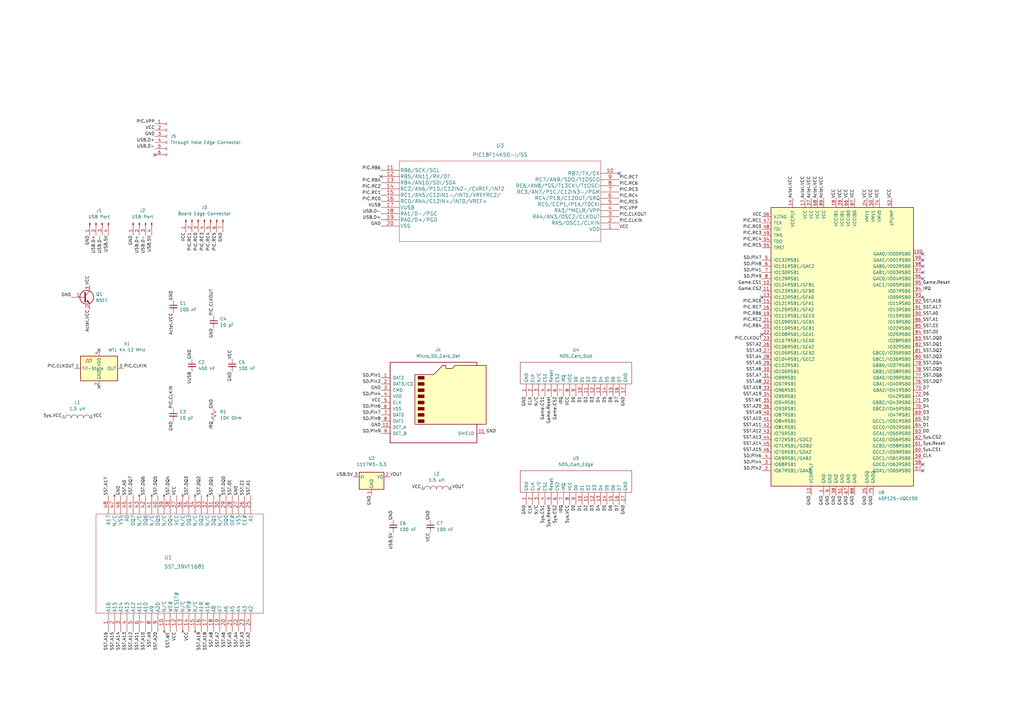
<source format=kicad_sch>
(kicad_sch (version 20211123) (generator eeschema)

  (uuid e63e39d7-6ac0-4ffd-8aa3-1841a4541b55)

  (paper "A3")

  (lib_symbols
    (symbol "Connector:Conn_01x04_Male" (pin_names (offset 1.016) hide) (in_bom yes) (on_board yes)
      (property "Reference" "J" (id 0) (at 0 5.08 0)
        (effects (font (size 1.27 1.27)))
      )
      (property "Value" "Conn_01x04_Male" (id 1) (at 0 -7.62 0)
        (effects (font (size 1.27 1.27)))
      )
      (property "Footprint" "" (id 2) (at 0 0 0)
        (effects (font (size 1.27 1.27)) hide)
      )
      (property "Datasheet" "~" (id 3) (at 0 0 0)
        (effects (font (size 1.27 1.27)) hide)
      )
      (property "ki_keywords" "connector" (id 4) (at 0 0 0)
        (effects (font (size 1.27 1.27)) hide)
      )
      (property "ki_description" "Generic connector, single row, 01x04, script generated (kicad-library-utils/schlib/autogen/connector/)" (id 5) (at 0 0 0)
        (effects (font (size 1.27 1.27)) hide)
      )
      (property "ki_fp_filters" "Connector*:*_1x??_*" (id 6) (at 0 0 0)
        (effects (font (size 1.27 1.27)) hide)
      )
      (symbol "Conn_01x04_Male_1_1"
        (polyline
          (pts
            (xy 1.27 -5.08)
            (xy 0.8636 -5.08)
          )
          (stroke (width 0.1524) (type default) (color 0 0 0 0))
          (fill (type none))
        )
        (polyline
          (pts
            (xy 1.27 -2.54)
            (xy 0.8636 -2.54)
          )
          (stroke (width 0.1524) (type default) (color 0 0 0 0))
          (fill (type none))
        )
        (polyline
          (pts
            (xy 1.27 0)
            (xy 0.8636 0)
          )
          (stroke (width 0.1524) (type default) (color 0 0 0 0))
          (fill (type none))
        )
        (polyline
          (pts
            (xy 1.27 2.54)
            (xy 0.8636 2.54)
          )
          (stroke (width 0.1524) (type default) (color 0 0 0 0))
          (fill (type none))
        )
        (rectangle (start 0.8636 -4.953) (end 0 -5.207)
          (stroke (width 0.1524) (type default) (color 0 0 0 0))
          (fill (type outline))
        )
        (rectangle (start 0.8636 -2.413) (end 0 -2.667)
          (stroke (width 0.1524) (type default) (color 0 0 0 0))
          (fill (type outline))
        )
        (rectangle (start 0.8636 0.127) (end 0 -0.127)
          (stroke (width 0.1524) (type default) (color 0 0 0 0))
          (fill (type outline))
        )
        (rectangle (start 0.8636 2.667) (end 0 2.413)
          (stroke (width 0.1524) (type default) (color 0 0 0 0))
          (fill (type outline))
        )
        (pin passive line (at 5.08 2.54 180) (length 3.81)
          (name "Pin_1" (effects (font (size 1.27 1.27))))
          (number "1" (effects (font (size 1.27 1.27))))
        )
        (pin passive line (at 5.08 0 180) (length 3.81)
          (name "Pin_2" (effects (font (size 1.27 1.27))))
          (number "2" (effects (font (size 1.27 1.27))))
        )
        (pin passive line (at 5.08 -2.54 180) (length 3.81)
          (name "Pin_3" (effects (font (size 1.27 1.27))))
          (number "3" (effects (font (size 1.27 1.27))))
        )
        (pin passive line (at 5.08 -5.08 180) (length 3.81)
          (name "Pin_4" (effects (font (size 1.27 1.27))))
          (number "4" (effects (font (size 1.27 1.27))))
        )
      )
    )
    (symbol "Connector:Conn_01x06_Female" (pin_names (offset 1.016) hide) (in_bom yes) (on_board yes)
      (property "Reference" "J" (id 0) (at 0 7.62 0)
        (effects (font (size 1.27 1.27)))
      )
      (property "Value" "Conn_01x06_Female" (id 1) (at 0 -10.16 0)
        (effects (font (size 1.27 1.27)))
      )
      (property "Footprint" "" (id 2) (at 0 0 0)
        (effects (font (size 1.27 1.27)) hide)
      )
      (property "Datasheet" "~" (id 3) (at 0 0 0)
        (effects (font (size 1.27 1.27)) hide)
      )
      (property "ki_keywords" "connector" (id 4) (at 0 0 0)
        (effects (font (size 1.27 1.27)) hide)
      )
      (property "ki_description" "Generic connector, single row, 01x06, script generated (kicad-library-utils/schlib/autogen/connector/)" (id 5) (at 0 0 0)
        (effects (font (size 1.27 1.27)) hide)
      )
      (property "ki_fp_filters" "Connector*:*_1x??_*" (id 6) (at 0 0 0)
        (effects (font (size 1.27 1.27)) hide)
      )
      (symbol "Conn_01x06_Female_1_1"
        (arc (start 0 -7.112) (mid -0.508 -7.62) (end 0 -8.128)
          (stroke (width 0.1524) (type default) (color 0 0 0 0))
          (fill (type none))
        )
        (arc (start 0 -4.572) (mid -0.508 -5.08) (end 0 -5.588)
          (stroke (width 0.1524) (type default) (color 0 0 0 0))
          (fill (type none))
        )
        (arc (start 0 -2.032) (mid -0.508 -2.54) (end 0 -3.048)
          (stroke (width 0.1524) (type default) (color 0 0 0 0))
          (fill (type none))
        )
        (polyline
          (pts
            (xy -1.27 -7.62)
            (xy -0.508 -7.62)
          )
          (stroke (width 0.1524) (type default) (color 0 0 0 0))
          (fill (type none))
        )
        (polyline
          (pts
            (xy -1.27 -5.08)
            (xy -0.508 -5.08)
          )
          (stroke (width 0.1524) (type default) (color 0 0 0 0))
          (fill (type none))
        )
        (polyline
          (pts
            (xy -1.27 -2.54)
            (xy -0.508 -2.54)
          )
          (stroke (width 0.1524) (type default) (color 0 0 0 0))
          (fill (type none))
        )
        (polyline
          (pts
            (xy -1.27 0)
            (xy -0.508 0)
          )
          (stroke (width 0.1524) (type default) (color 0 0 0 0))
          (fill (type none))
        )
        (polyline
          (pts
            (xy -1.27 2.54)
            (xy -0.508 2.54)
          )
          (stroke (width 0.1524) (type default) (color 0 0 0 0))
          (fill (type none))
        )
        (polyline
          (pts
            (xy -1.27 5.08)
            (xy -0.508 5.08)
          )
          (stroke (width 0.1524) (type default) (color 0 0 0 0))
          (fill (type none))
        )
        (arc (start 0 0.508) (mid -0.508 0) (end 0 -0.508)
          (stroke (width 0.1524) (type default) (color 0 0 0 0))
          (fill (type none))
        )
        (arc (start 0 3.048) (mid -0.508 2.54) (end 0 2.032)
          (stroke (width 0.1524) (type default) (color 0 0 0 0))
          (fill (type none))
        )
        (arc (start 0 5.588) (mid -0.508 5.08) (end 0 4.572)
          (stroke (width 0.1524) (type default) (color 0 0 0 0))
          (fill (type none))
        )
        (pin passive line (at -5.08 5.08 0) (length 3.81)
          (name "Pin_1" (effects (font (size 1.27 1.27))))
          (number "1" (effects (font (size 1.27 1.27))))
        )
        (pin passive line (at -5.08 2.54 0) (length 3.81)
          (name "Pin_2" (effects (font (size 1.27 1.27))))
          (number "2" (effects (font (size 1.27 1.27))))
        )
        (pin passive line (at -5.08 0 0) (length 3.81)
          (name "Pin_3" (effects (font (size 1.27 1.27))))
          (number "3" (effects (font (size 1.27 1.27))))
        )
        (pin passive line (at -5.08 -2.54 0) (length 3.81)
          (name "Pin_4" (effects (font (size 1.27 1.27))))
          (number "4" (effects (font (size 1.27 1.27))))
        )
        (pin passive line (at -5.08 -5.08 0) (length 3.81)
          (name "Pin_5" (effects (font (size 1.27 1.27))))
          (number "5" (effects (font (size 1.27 1.27))))
        )
        (pin passive line (at -5.08 -7.62 0) (length 3.81)
          (name "Pin_6" (effects (font (size 1.27 1.27))))
          (number "6" (effects (font (size 1.27 1.27))))
        )
      )
    )
    (symbol "Connector:Conn_01x07_Male" (pin_names (offset 1.016) hide) (in_bom yes) (on_board yes)
      (property "Reference" "J" (id 0) (at 0 10.16 0)
        (effects (font (size 1.27 1.27)))
      )
      (property "Value" "Conn_01x07_Male" (id 1) (at 0 -10.16 0)
        (effects (font (size 1.27 1.27)))
      )
      (property "Footprint" "" (id 2) (at 0 0 0)
        (effects (font (size 1.27 1.27)) hide)
      )
      (property "Datasheet" "~" (id 3) (at 0 0 0)
        (effects (font (size 1.27 1.27)) hide)
      )
      (property "ki_keywords" "connector" (id 4) (at 0 0 0)
        (effects (font (size 1.27 1.27)) hide)
      )
      (property "ki_description" "Generic connector, single row, 01x07, script generated (kicad-library-utils/schlib/autogen/connector/)" (id 5) (at 0 0 0)
        (effects (font (size 1.27 1.27)) hide)
      )
      (property "ki_fp_filters" "Connector*:*_1x??_*" (id 6) (at 0 0 0)
        (effects (font (size 1.27 1.27)) hide)
      )
      (symbol "Conn_01x07_Male_1_1"
        (polyline
          (pts
            (xy 1.27 -7.62)
            (xy 0.8636 -7.62)
          )
          (stroke (width 0.1524) (type default) (color 0 0 0 0))
          (fill (type none))
        )
        (polyline
          (pts
            (xy 1.27 -5.08)
            (xy 0.8636 -5.08)
          )
          (stroke (width 0.1524) (type default) (color 0 0 0 0))
          (fill (type none))
        )
        (polyline
          (pts
            (xy 1.27 -2.54)
            (xy 0.8636 -2.54)
          )
          (stroke (width 0.1524) (type default) (color 0 0 0 0))
          (fill (type none))
        )
        (polyline
          (pts
            (xy 1.27 0)
            (xy 0.8636 0)
          )
          (stroke (width 0.1524) (type default) (color 0 0 0 0))
          (fill (type none))
        )
        (polyline
          (pts
            (xy 1.27 2.54)
            (xy 0.8636 2.54)
          )
          (stroke (width 0.1524) (type default) (color 0 0 0 0))
          (fill (type none))
        )
        (polyline
          (pts
            (xy 1.27 5.08)
            (xy 0.8636 5.08)
          )
          (stroke (width 0.1524) (type default) (color 0 0 0 0))
          (fill (type none))
        )
        (polyline
          (pts
            (xy 1.27 7.62)
            (xy 0.8636 7.62)
          )
          (stroke (width 0.1524) (type default) (color 0 0 0 0))
          (fill (type none))
        )
        (rectangle (start 0.8636 -7.493) (end 0 -7.747)
          (stroke (width 0.1524) (type default) (color 0 0 0 0))
          (fill (type outline))
        )
        (rectangle (start 0.8636 -4.953) (end 0 -5.207)
          (stroke (width 0.1524) (type default) (color 0 0 0 0))
          (fill (type outline))
        )
        (rectangle (start 0.8636 -2.413) (end 0 -2.667)
          (stroke (width 0.1524) (type default) (color 0 0 0 0))
          (fill (type outline))
        )
        (rectangle (start 0.8636 0.127) (end 0 -0.127)
          (stroke (width 0.1524) (type default) (color 0 0 0 0))
          (fill (type outline))
        )
        (rectangle (start 0.8636 2.667) (end 0 2.413)
          (stroke (width 0.1524) (type default) (color 0 0 0 0))
          (fill (type outline))
        )
        (rectangle (start 0.8636 5.207) (end 0 4.953)
          (stroke (width 0.1524) (type default) (color 0 0 0 0))
          (fill (type outline))
        )
        (rectangle (start 0.8636 7.747) (end 0 7.493)
          (stroke (width 0.1524) (type default) (color 0 0 0 0))
          (fill (type outline))
        )
        (pin passive line (at 5.08 7.62 180) (length 3.81)
          (name "Pin_1" (effects (font (size 1.27 1.27))))
          (number "1" (effects (font (size 1.27 1.27))))
        )
        (pin passive line (at 5.08 5.08 180) (length 3.81)
          (name "Pin_2" (effects (font (size 1.27 1.27))))
          (number "2" (effects (font (size 1.27 1.27))))
        )
        (pin passive line (at 5.08 2.54 180) (length 3.81)
          (name "Pin_3" (effects (font (size 1.27 1.27))))
          (number "3" (effects (font (size 1.27 1.27))))
        )
        (pin passive line (at 5.08 0 180) (length 3.81)
          (name "Pin_4" (effects (font (size 1.27 1.27))))
          (number "4" (effects (font (size 1.27 1.27))))
        )
        (pin passive line (at 5.08 -2.54 180) (length 3.81)
          (name "Pin_5" (effects (font (size 1.27 1.27))))
          (number "5" (effects (font (size 1.27 1.27))))
        )
        (pin passive line (at 5.08 -5.08 180) (length 3.81)
          (name "Pin_6" (effects (font (size 1.27 1.27))))
          (number "6" (effects (font (size 1.27 1.27))))
        )
        (pin passive line (at 5.08 -7.62 180) (length 3.81)
          (name "Pin_7" (effects (font (size 1.27 1.27))))
          (number "7" (effects (font (size 1.27 1.27))))
        )
      )
    )
    (symbol "Connector:Micro_SD_Card_Det" (pin_names (offset 1.016)) (in_bom yes) (on_board yes)
      (property "Reference" "J" (id 0) (at -16.51 17.78 0)
        (effects (font (size 1.27 1.27)))
      )
      (property "Value" "Micro_SD_Card_Det" (id 1) (at 16.51 17.78 0)
        (effects (font (size 1.27 1.27)) (justify right))
      )
      (property "Footprint" "" (id 2) (at 52.07 17.78 0)
        (effects (font (size 1.27 1.27)) hide)
      )
      (property "Datasheet" "https://www.hirose.com/product/en/download_file/key_name/DM3/category/Catalog/doc_file_id/49662/?file_category_id=4&item_id=195&is_series=1" (id 3) (at 0 2.54 0)
        (effects (font (size 1.27 1.27)) hide)
      )
      (property "ki_keywords" "connector SD microsd" (id 4) (at 0 0 0)
        (effects (font (size 1.27 1.27)) hide)
      )
      (property "ki_description" "Micro SD Card Socket with card detection pins" (id 5) (at 0 0 0)
        (effects (font (size 1.27 1.27)) hide)
      )
      (property "ki_fp_filters" "microSD*" (id 6) (at 0 0 0)
        (effects (font (size 1.27 1.27)) hide)
      )
      (symbol "Micro_SD_Card_Det_0_1"
        (rectangle (start -7.62 -6.985) (end -5.08 -8.255)
          (stroke (width 0) (type default) (color 0 0 0 0))
          (fill (type outline))
        )
        (rectangle (start -7.62 -4.445) (end -5.08 -5.715)
          (stroke (width 0) (type default) (color 0 0 0 0))
          (fill (type outline))
        )
        (rectangle (start -7.62 -1.905) (end -5.08 -3.175)
          (stroke (width 0) (type default) (color 0 0 0 0))
          (fill (type outline))
        )
        (rectangle (start -7.62 0.635) (end -5.08 -0.635)
          (stroke (width 0) (type default) (color 0 0 0 0))
          (fill (type outline))
        )
        (rectangle (start -7.62 3.175) (end -5.08 1.905)
          (stroke (width 0) (type default) (color 0 0 0 0))
          (fill (type outline))
        )
        (rectangle (start -7.62 5.715) (end -5.08 4.445)
          (stroke (width 0) (type default) (color 0 0 0 0))
          (fill (type outline))
        )
        (rectangle (start -7.62 8.255) (end -5.08 6.985)
          (stroke (width 0) (type default) (color 0 0 0 0))
          (fill (type outline))
        )
        (rectangle (start -7.62 10.795) (end -5.08 9.525)
          (stroke (width 0) (type default) (color 0 0 0 0))
          (fill (type outline))
        )
        (polyline
          (pts
            (xy 16.51 15.24)
            (xy 16.51 16.51)
            (xy -19.05 16.51)
            (xy -19.05 -16.51)
            (xy 16.51 -16.51)
            (xy 16.51 -8.89)
          )
          (stroke (width 0.254) (type default) (color 0 0 0 0))
          (fill (type none))
        )
        (polyline
          (pts
            (xy -8.89 -8.89)
            (xy -8.89 11.43)
            (xy -1.27 11.43)
            (xy 2.54 15.24)
            (xy 3.81 15.24)
            (xy 3.81 13.97)
            (xy 6.35 13.97)
            (xy 7.62 15.24)
            (xy 20.32 15.24)
            (xy 20.32 -8.89)
            (xy -8.89 -8.89)
          )
          (stroke (width 0.254) (type default) (color 0 0 0 0))
          (fill (type background))
        )
      )
      (symbol "Micro_SD_Card_Det_1_1"
        (pin bidirectional line (at -22.86 10.16 0) (length 3.81)
          (name "DAT2" (effects (font (size 1.27 1.27))))
          (number "1" (effects (font (size 1.27 1.27))))
        )
        (pin passive line (at -22.86 -10.16 0) (length 3.81)
          (name "DET_A" (effects (font (size 1.27 1.27))))
          (number "10" (effects (font (size 1.27 1.27))))
        )
        (pin passive line (at 20.32 -12.7 180) (length 3.81)
          (name "SHIELD" (effects (font (size 1.27 1.27))))
          (number "11" (effects (font (size 1.27 1.27))))
        )
        (pin bidirectional line (at -22.86 7.62 0) (length 3.81)
          (name "DAT3/CD" (effects (font (size 1.27 1.27))))
          (number "2" (effects (font (size 1.27 1.27))))
        )
        (pin input line (at -22.86 5.08 0) (length 3.81)
          (name "CMD" (effects (font (size 1.27 1.27))))
          (number "3" (effects (font (size 1.27 1.27))))
        )
        (pin power_in line (at -22.86 2.54 0) (length 3.81)
          (name "VDD" (effects (font (size 1.27 1.27))))
          (number "4" (effects (font (size 1.27 1.27))))
        )
        (pin input line (at -22.86 0 0) (length 3.81)
          (name "CLK" (effects (font (size 1.27 1.27))))
          (number "5" (effects (font (size 1.27 1.27))))
        )
        (pin power_in line (at -22.86 -2.54 0) (length 3.81)
          (name "VSS" (effects (font (size 1.27 1.27))))
          (number "6" (effects (font (size 1.27 1.27))))
        )
        (pin bidirectional line (at -22.86 -5.08 0) (length 3.81)
          (name "DAT0" (effects (font (size 1.27 1.27))))
          (number "7" (effects (font (size 1.27 1.27))))
        )
        (pin bidirectional line (at -22.86 -7.62 0) (length 3.81)
          (name "DAT1" (effects (font (size 1.27 1.27))))
          (number "8" (effects (font (size 1.27 1.27))))
        )
        (pin passive line (at -22.86 -12.7 0) (length 3.81)
          (name "DET_B" (effects (font (size 1.27 1.27))))
          (number "9" (effects (font (size 1.27 1.27))))
        )
      )
    )
    (symbol "DSi Action Replay:PIC18F14K50-I{slash}SS" (pin_names (offset 0.254)) (in_bom yes) (on_board yes)
      (property "Reference" "U?" (id 0) (at 50.165 11.43 0)
        (effects (font (size 1.524 1.524)))
      )
      (property "Value" "PIC18F14K50-I/SS" (id 1) (at 50.165 7.62 0)
        (effects (font (size 1.524 1.524)))
      )
      (property "Footprint" "SSOP20_MC_MCH" (id 2) (at 48.26 2.54 0)
        (effects (font (size 1.524 1.524)) hide)
      )
      (property "Datasheet" "" (id 3) (at 0 0 0)
        (effects (font (size 1.524 1.524)))
      )
      (property "ki_locked" "" (id 4) (at 0 0 0)
        (effects (font (size 1.27 1.27)))
      )
      (property "ki_fp_filters" "SSOP20_MC_MCH SSOP20_MC_MCH-M SSOP20_MC_MCH-L" (id 5) (at 0 0 0)
        (effects (font (size 1.27 1.27)) hide)
      )
      (symbol "PIC18F14K50-I{slash}SS_1_1"
        (polyline
          (pts
            (xy 7.62 -27.94)
            (xy 90.17 -27.94)
          )
          (stroke (width 0.127) (type default) (color 0 0 0 0))
          (fill (type none))
        )
        (polyline
          (pts
            (xy 7.62 5.08)
            (xy 7.62 -27.94)
          )
          (stroke (width 0.127) (type default) (color 0 0 0 0))
          (fill (type none))
        )
        (polyline
          (pts
            (xy 90.17 -27.94)
            (xy 90.17 5.08)
          )
          (stroke (width 0.127) (type default) (color 0 0 0 0))
          (fill (type none))
        )
        (polyline
          (pts
            (xy 90.17 5.08)
            (xy 7.62 5.08)
          )
          (stroke (width 0.127) (type default) (color 0 0 0 0))
          (fill (type none))
        )
        (pin power_in line (at 0 0 0) (length 7.62)
          (name "VDD" (effects (font (size 1.4986 1.4986))))
          (number "1" (effects (font (size 1.4986 1.4986))))
        )
        (pin bidirectional line (at 0 -22.86 0) (length 7.62)
          (name "RB7/TX/CK" (effects (font (size 1.4986 1.4986))))
          (number "10" (effects (font (size 1.4986 1.4986))))
        )
        (pin bidirectional line (at 97.79 -24.13 180) (length 7.62)
          (name "RB6/SCK/SCL" (effects (font (size 1.4986 1.4986))))
          (number "11" (effects (font (size 1.4986 1.4986))))
        )
        (pin bidirectional line (at 97.79 -21.59 180) (length 7.62)
          (name "RB5/AN11/RX/DT" (effects (font (size 1.4986 1.4986))))
          (number "12" (effects (font (size 1.4986 1.4986))))
        )
        (pin bidirectional line (at 97.79 -19.05 180) (length 7.62)
          (name "RB4/AN10/SDI/SDA" (effects (font (size 1.4986 1.4986))))
          (number "13" (effects (font (size 1.4986 1.4986))))
        )
        (pin bidirectional line (at 97.79 -16.51 180) (length 7.62)
          (name "RC2/AN6/P1D/C12IN2-/CVREF/INT2" (effects (font (size 1.4986 1.4986))))
          (number "14" (effects (font (size 1.4986 1.4986))))
        )
        (pin bidirectional line (at 97.79 -13.97 180) (length 7.62)
          (name "RC1/AN5/C12IN1-/INT1/VREFRC2/" (effects (font (size 1.4986 1.4986))))
          (number "15" (effects (font (size 1.4986 1.4986))))
        )
        (pin bidirectional line (at 97.79 -11.43 180) (length 7.62)
          (name "RC0/AN4/C12IN+/INT0/VREF+" (effects (font (size 1.4986 1.4986))))
          (number "16" (effects (font (size 1.4986 1.4986))))
        )
        (pin power_in line (at 97.79 -8.89 180) (length 7.62)
          (name "VUSB" (effects (font (size 1.4986 1.4986))))
          (number "17" (effects (font (size 1.4986 1.4986))))
        )
        (pin bidirectional line (at 97.79 -6.35 180) (length 7.62)
          (name "RA1/D-/PGC" (effects (font (size 1.4986 1.4986))))
          (number "18" (effects (font (size 1.4986 1.4986))))
        )
        (pin bidirectional line (at 97.79 -3.81 180) (length 7.62)
          (name "RA0/D+/PGD" (effects (font (size 1.4986 1.4986))))
          (number "19" (effects (font (size 1.4986 1.4986))))
        )
        (pin bidirectional line (at 0 -2.54 0) (length 7.62)
          (name "RA5/OSC1/CLKIN" (effects (font (size 1.4986 1.4986))))
          (number "2" (effects (font (size 1.4986 1.4986))))
        )
        (pin power_in line (at 97.79 -1.27 180) (length 7.62)
          (name "VSS" (effects (font (size 1.4986 1.4986))))
          (number "20" (effects (font (size 1.4986 1.4986))))
        )
        (pin bidirectional line (at 0 -5.08 0) (length 7.62)
          (name "RA4/AN3/OSC2/CLKOUT" (effects (font (size 1.4986 1.4986))))
          (number "3" (effects (font (size 1.4986 1.4986))))
        )
        (pin bidirectional line (at 0 -7.62 0) (length 7.62)
          (name "RA3/*MCLR/VPP" (effects (font (size 1.4986 1.4986))))
          (number "4" (effects (font (size 1.4986 1.4986))))
        )
        (pin bidirectional line (at 0 -10.16 0) (length 7.62)
          (name "RC5/CCP1/P1A/T0CKI" (effects (font (size 1.4986 1.4986))))
          (number "5" (effects (font (size 1.4986 1.4986))))
        )
        (pin bidirectional line (at 0 -12.7 0) (length 7.62)
          (name "RC4/P1B/C12OUT/SRQ" (effects (font (size 1.4986 1.4986))))
          (number "6" (effects (font (size 1.4986 1.4986))))
        )
        (pin bidirectional line (at 0 -15.24 0) (length 7.62)
          (name "RC3/AN7/P1C/C12IN3-/PGM" (effects (font (size 1.4986 1.4986))))
          (number "7" (effects (font (size 1.4986 1.4986))))
        )
        (pin bidirectional line (at 0 -17.78 0) (length 7.62)
          (name "RC6/AN8/*SS/T13CKI/T1OSCI" (effects (font (size 1.4986 1.4986))))
          (number "8" (effects (font (size 1.4986 1.4986))))
        )
        (pin bidirectional line (at 0 -20.32 0) (length 7.62)
          (name "RC7/AN9/SDO/T1OSCO" (effects (font (size 1.4986 1.4986))))
          (number "9" (effects (font (size 1.4986 1.4986))))
        )
      )
    )
    (symbol "DSi Action Replay:SST_39VF1681" (pin_names (offset 0.254)) (in_bom yes) (on_board yes)
      (property "Reference" "U?" (id 0) (at 27.94 11.43 0)
        (effects (font (size 1.524 1.524)))
      )
      (property "Value" "SST_39VF1681" (id 1) (at 27.94 7.62 0)
        (effects (font (size 1.524 1.524)))
      )
      (property "Footprint" "GBA:SOP50P2000X120-48N" (id 2) (at 27.94 6.096 0)
        (effects (font (size 1.524 1.524)) hide)
      )
      (property "Datasheet" "" (id 3) (at 0 0 0)
        (effects (font (size 1.524 1.524)))
      )
      (property "ki_locked" "" (id 4) (at 0 0 0)
        (effects (font (size 1.27 1.27)))
      )
      (property "ki_fp_filters" "TSOP48_EKE_SST_MCH TSOP48_EKE_SST_MCH-M TSOP48_EKE_SST_MCH-L" (id 5) (at 0 0 0)
        (effects (font (size 1.27 1.27)) hide)
      )
      (symbol "SST_39VF1681_1_1"
        (polyline
          (pts
            (xy 7.62 -63.5)
            (xy 48.26 -63.5)
          )
          (stroke (width 0.127) (type default) (color 0 0 0 0))
          (fill (type none))
        )
        (polyline
          (pts
            (xy 7.62 5.08)
            (xy 7.62 -63.5)
          )
          (stroke (width 0.127) (type default) (color 0 0 0 0))
          (fill (type none))
        )
        (polyline
          (pts
            (xy 48.26 -63.5)
            (xy 48.26 5.08)
          )
          (stroke (width 0.127) (type default) (color 0 0 0 0))
          (fill (type none))
        )
        (polyline
          (pts
            (xy 48.26 5.08)
            (xy 7.62 5.08)
          )
          (stroke (width 0.127) (type default) (color 0 0 0 0))
          (fill (type none))
        )
        (pin input line (at 0 0 0) (length 7.62)
          (name "A16" (effects (font (size 1.4986 1.4986))))
          (number "1" (effects (font (size 1.4986 1.4986))))
        )
        (pin no_connect line (at 0 -22.86 0) (length 7.62)
          (name "N/C" (effects (font (size 1.4986 1.4986))))
          (number "10" (effects (font (size 1.4986 1.4986))))
        )
        (pin input line (at 0 -25.4 0) (length 7.62)
          (name "WE#" (effects (font (size 1.4986 1.4986))))
          (number "11" (effects (font (size 1.4986 1.4986))))
        )
        (pin input line (at 0 -27.94 0) (length 7.62)
          (name "RESET#" (effects (font (size 1.4986 1.4986))))
          (number "12" (effects (font (size 1.4986 1.4986))))
        )
        (pin no_connect line (at 0 -30.48 0) (length 7.62)
          (name "N/C" (effects (font (size 1.4986 1.4986))))
          (number "13" (effects (font (size 1.4986 1.4986))))
        )
        (pin input line (at 0 -33.02 0) (length 7.62)
          (name "WP#" (effects (font (size 1.4986 1.4986))))
          (number "14" (effects (font (size 1.4986 1.4986))))
        )
        (pin no_connect line (at 0 -35.56 0) (length 7.62)
          (name "N/C" (effects (font (size 1.4986 1.4986))))
          (number "15" (effects (font (size 1.4986 1.4986))))
        )
        (pin input line (at 0 -38.1 0) (length 7.62)
          (name "A19" (effects (font (size 1.4986 1.4986))))
          (number "16" (effects (font (size 1.4986 1.4986))))
        )
        (pin input line (at 0 -40.64 0) (length 7.62)
          (name "A18" (effects (font (size 1.4986 1.4986))))
          (number "17" (effects (font (size 1.4986 1.4986))))
        )
        (pin input line (at 0 -43.18 0) (length 7.62)
          (name "A8" (effects (font (size 1.4986 1.4986))))
          (number "18" (effects (font (size 1.4986 1.4986))))
        )
        (pin input line (at 0 -45.72 0) (length 7.62)
          (name "A7" (effects (font (size 1.4986 1.4986))))
          (number "19" (effects (font (size 1.4986 1.4986))))
        )
        (pin input line (at 0 -2.54 0) (length 7.62)
          (name "A15" (effects (font (size 1.4986 1.4986))))
          (number "2" (effects (font (size 1.4986 1.4986))))
        )
        (pin input line (at 0 -48.26 0) (length 7.62)
          (name "A6" (effects (font (size 1.4986 1.4986))))
          (number "20" (effects (font (size 1.4986 1.4986))))
        )
        (pin input line (at 0 -50.8 0) (length 7.62)
          (name "A5" (effects (font (size 1.4986 1.4986))))
          (number "21" (effects (font (size 1.4986 1.4986))))
        )
        (pin input line (at 0 -53.34 0) (length 7.62)
          (name "A4" (effects (font (size 1.4986 1.4986))))
          (number "22" (effects (font (size 1.4986 1.4986))))
        )
        (pin input line (at 0 -55.88 0) (length 7.62)
          (name "A3" (effects (font (size 1.4986 1.4986))))
          (number "23" (effects (font (size 1.4986 1.4986))))
        )
        (pin input line (at 0 -58.42 0) (length 7.62)
          (name "A2" (effects (font (size 1.4986 1.4986))))
          (number "24" (effects (font (size 1.4986 1.4986))))
        )
        (pin input line (at 55.88 -58.42 180) (length 7.62)
          (name "A1" (effects (font (size 1.4986 1.4986))))
          (number "25" (effects (font (size 1.4986 1.4986))))
        )
        (pin input line (at 55.88 -55.88 180) (length 7.62)
          (name "CE#" (effects (font (size 1.4986 1.4986))))
          (number "26" (effects (font (size 1.4986 1.4986))))
        )
        (pin power_in line (at 55.88 -53.34 180) (length 7.62)
          (name "VSS" (effects (font (size 1.4986 1.4986))))
          (number "27" (effects (font (size 1.4986 1.4986))))
        )
        (pin input line (at 55.88 -50.8 180) (length 7.62)
          (name "OE#" (effects (font (size 1.4986 1.4986))))
          (number "28" (effects (font (size 1.4986 1.4986))))
        )
        (pin bidirectional line (at 55.88 -48.26 180) (length 7.62)
          (name "DQ0" (effects (font (size 1.4986 1.4986))))
          (number "29" (effects (font (size 1.4986 1.4986))))
        )
        (pin input line (at 0 -5.08 0) (length 7.62)
          (name "A14" (effects (font (size 1.4986 1.4986))))
          (number "3" (effects (font (size 1.4986 1.4986))))
        )
        (pin no_connect line (at 55.88 -45.72 180) (length 7.62)
          (name "N/C" (effects (font (size 1.4986 1.4986))))
          (number "30" (effects (font (size 1.4986 1.4986))))
        )
        (pin bidirectional line (at 55.88 -43.18 180) (length 7.62)
          (name "DQ1" (effects (font (size 1.4986 1.4986))))
          (number "31" (effects (font (size 1.4986 1.4986))))
        )
        (pin no_connect line (at 55.88 -40.64 180) (length 7.62)
          (name "N/C" (effects (font (size 1.4986 1.4986))))
          (number "32" (effects (font (size 1.4986 1.4986))))
        )
        (pin bidirectional line (at 55.88 -38.1 180) (length 7.62)
          (name "DQ2" (effects (font (size 1.4986 1.4986))))
          (number "33" (effects (font (size 1.4986 1.4986))))
        )
        (pin no_connect line (at 55.88 -35.56 180) (length 7.62)
          (name "N/C" (effects (font (size 1.4986 1.4986))))
          (number "34" (effects (font (size 1.4986 1.4986))))
        )
        (pin bidirectional line (at 55.88 -33.02 180) (length 7.62)
          (name "DQ3" (effects (font (size 1.4986 1.4986))))
          (number "35" (effects (font (size 1.4986 1.4986))))
        )
        (pin no_connect line (at 55.88 -30.48 180) (length 7.62)
          (name "N/C" (effects (font (size 1.4986 1.4986))))
          (number "36" (effects (font (size 1.4986 1.4986))))
        )
        (pin power_in line (at 55.88 -27.94 180) (length 7.62)
          (name "VCC" (effects (font (size 1.4986 1.4986))))
          (number "37" (effects (font (size 1.4986 1.4986))))
        )
        (pin bidirectional line (at 55.88 -25.4 180) (length 7.62)
          (name "DQ4" (effects (font (size 1.4986 1.4986))))
          (number "38" (effects (font (size 1.4986 1.4986))))
        )
        (pin no_connect line (at 55.88 -22.86 180) (length 7.62)
          (name "N/C" (effects (font (size 1.4986 1.4986))))
          (number "39" (effects (font (size 1.4986 1.4986))))
        )
        (pin input line (at 0 -7.62 0) (length 7.62)
          (name "A13" (effects (font (size 1.4986 1.4986))))
          (number "4" (effects (font (size 1.4986 1.4986))))
        )
        (pin bidirectional line (at 55.88 -20.32 180) (length 7.62)
          (name "DQ5" (effects (font (size 1.4986 1.4986))))
          (number "40" (effects (font (size 1.4986 1.4986))))
        )
        (pin no_connect line (at 55.88 -17.78 180) (length 7.62)
          (name "N/C" (effects (font (size 1.4986 1.4986))))
          (number "41" (effects (font (size 1.4986 1.4986))))
        )
        (pin bidirectional line (at 55.88 -15.24 180) (length 7.62)
          (name "DQ6" (effects (font (size 1.4986 1.4986))))
          (number "42" (effects (font (size 1.4986 1.4986))))
        )
        (pin no_connect line (at 55.88 -12.7 180) (length 7.62)
          (name "N/C" (effects (font (size 1.4986 1.4986))))
          (number "43" (effects (font (size 1.4986 1.4986))))
        )
        (pin bidirectional line (at 55.88 -10.16 180) (length 7.62)
          (name "DQ7" (effects (font (size 1.4986 1.4986))))
          (number "44" (effects (font (size 1.4986 1.4986))))
        )
        (pin input line (at 55.88 -7.62 180) (length 7.62)
          (name "A0" (effects (font (size 1.4986 1.4986))))
          (number "45" (effects (font (size 1.4986 1.4986))))
        )
        (pin power_in line (at 55.88 -5.08 180) (length 7.62)
          (name "VSS" (effects (font (size 1.4986 1.4986))))
          (number "46" (effects (font (size 1.4986 1.4986))))
        )
        (pin no_connect line (at 55.88 -2.54 180) (length 7.62)
          (name "N/C" (effects (font (size 1.4986 1.4986))))
          (number "47" (effects (font (size 1.4986 1.4986))))
        )
        (pin input line (at 55.88 0 180) (length 7.62)
          (name "A17" (effects (font (size 1.4986 1.4986))))
          (number "48" (effects (font (size 1.4986 1.4986))))
        )
        (pin input line (at 0 -10.16 0) (length 7.62)
          (name "A12" (effects (font (size 1.4986 1.4986))))
          (number "5" (effects (font (size 1.4986 1.4986))))
        )
        (pin input line (at 0 -12.7 0) (length 7.62)
          (name "A11" (effects (font (size 1.4986 1.4986))))
          (number "6" (effects (font (size 1.4986 1.4986))))
        )
        (pin input line (at 0 -15.24 0) (length 7.62)
          (name "A10" (effects (font (size 1.4986 1.4986))))
          (number "7" (effects (font (size 1.4986 1.4986))))
        )
        (pin input line (at 0 -17.78 0) (length 7.62)
          (name "A9" (effects (font (size 1.4986 1.4986))))
          (number "8" (effects (font (size 1.4986 1.4986))))
        )
        (pin input line (at 0 -20.32 0) (length 7.62)
          (name "A20" (effects (font (size 1.4986 1.4986))))
          (number "9" (effects (font (size 1.4986 1.4986))))
        )
      )
    )
    (symbol "Device:C_Small" (pin_numbers hide) (pin_names (offset 0.254) hide) (in_bom yes) (on_board yes)
      (property "Reference" "C" (id 0) (at 0.254 1.778 0)
        (effects (font (size 1.27 1.27)) (justify left))
      )
      (property "Value" "C_Small" (id 1) (at 0.254 -2.032 0)
        (effects (font (size 1.27 1.27)) (justify left))
      )
      (property "Footprint" "" (id 2) (at 0 0 0)
        (effects (font (size 1.27 1.27)) hide)
      )
      (property "Datasheet" "~" (id 3) (at 0 0 0)
        (effects (font (size 1.27 1.27)) hide)
      )
      (property "ki_keywords" "capacitor cap" (id 4) (at 0 0 0)
        (effects (font (size 1.27 1.27)) hide)
      )
      (property "ki_description" "Unpolarized capacitor, small symbol" (id 5) (at 0 0 0)
        (effects (font (size 1.27 1.27)) hide)
      )
      (property "ki_fp_filters" "C_*" (id 6) (at 0 0 0)
        (effects (font (size 1.27 1.27)) hide)
      )
      (symbol "C_Small_0_1"
        (polyline
          (pts
            (xy -1.524 -0.508)
            (xy 1.524 -0.508)
          )
          (stroke (width 0.3302) (type default) (color 0 0 0 0))
          (fill (type none))
        )
        (polyline
          (pts
            (xy -1.524 0.508)
            (xy 1.524 0.508)
          )
          (stroke (width 0.3048) (type default) (color 0 0 0 0))
          (fill (type none))
        )
      )
      (symbol "C_Small_1_1"
        (pin passive line (at 0 2.54 270) (length 2.032)
          (name "~" (effects (font (size 1.27 1.27))))
          (number "1" (effects (font (size 1.27 1.27))))
        )
        (pin passive line (at 0 -2.54 90) (length 2.032)
          (name "~" (effects (font (size 1.27 1.27))))
          (number "2" (effects (font (size 1.27 1.27))))
        )
      )
    )
    (symbol "Device:Q_NPN_BEC" (pin_names (offset 0) hide) (in_bom yes) (on_board yes)
      (property "Reference" "Q" (id 0) (at 5.08 1.27 0)
        (effects (font (size 1.27 1.27)) (justify left))
      )
      (property "Value" "Q_NPN_BEC" (id 1) (at 5.08 -1.27 0)
        (effects (font (size 1.27 1.27)) (justify left))
      )
      (property "Footprint" "" (id 2) (at 5.08 2.54 0)
        (effects (font (size 1.27 1.27)) hide)
      )
      (property "Datasheet" "~" (id 3) (at 0 0 0)
        (effects (font (size 1.27 1.27)) hide)
      )
      (property "ki_keywords" "transistor NPN" (id 4) (at 0 0 0)
        (effects (font (size 1.27 1.27)) hide)
      )
      (property "ki_description" "NPN transistor, base/emitter/collector" (id 5) (at 0 0 0)
        (effects (font (size 1.27 1.27)) hide)
      )
      (symbol "Q_NPN_BEC_0_1"
        (polyline
          (pts
            (xy 0.635 0.635)
            (xy 2.54 2.54)
          )
          (stroke (width 0) (type default) (color 0 0 0 0))
          (fill (type none))
        )
        (polyline
          (pts
            (xy 0.635 -0.635)
            (xy 2.54 -2.54)
            (xy 2.54 -2.54)
          )
          (stroke (width 0) (type default) (color 0 0 0 0))
          (fill (type none))
        )
        (polyline
          (pts
            (xy 0.635 1.905)
            (xy 0.635 -1.905)
            (xy 0.635 -1.905)
          )
          (stroke (width 0.508) (type default) (color 0 0 0 0))
          (fill (type none))
        )
        (polyline
          (pts
            (xy 1.27 -1.778)
            (xy 1.778 -1.27)
            (xy 2.286 -2.286)
            (xy 1.27 -1.778)
            (xy 1.27 -1.778)
          )
          (stroke (width 0) (type default) (color 0 0 0 0))
          (fill (type outline))
        )
        (circle (center 1.27 0) (radius 2.8194)
          (stroke (width 0.254) (type default) (color 0 0 0 0))
          (fill (type none))
        )
      )
      (symbol "Q_NPN_BEC_1_1"
        (pin input line (at -5.08 0 0) (length 5.715)
          (name "B" (effects (font (size 1.27 1.27))))
          (number "1" (effects (font (size 1.27 1.27))))
        )
        (pin passive line (at 2.54 -5.08 90) (length 2.54)
          (name "E" (effects (font (size 1.27 1.27))))
          (number "2" (effects (font (size 1.27 1.27))))
        )
        (pin passive line (at 2.54 5.08 270) (length 2.54)
          (name "C" (effects (font (size 1.27 1.27))))
          (number "3" (effects (font (size 1.27 1.27))))
        )
      )
    )
    (symbol "Device:R_Small_US" (pin_numbers hide) (pin_names (offset 0.254) hide) (in_bom yes) (on_board yes)
      (property "Reference" "R" (id 0) (at 0.762 0.508 0)
        (effects (font (size 1.27 1.27)) (justify left))
      )
      (property "Value" "R_Small_US" (id 1) (at 0.762 -1.016 0)
        (effects (font (size 1.27 1.27)) (justify left))
      )
      (property "Footprint" "" (id 2) (at 0 0 0)
        (effects (font (size 1.27 1.27)) hide)
      )
      (property "Datasheet" "~" (id 3) (at 0 0 0)
        (effects (font (size 1.27 1.27)) hide)
      )
      (property "ki_keywords" "r resistor" (id 4) (at 0 0 0)
        (effects (font (size 1.27 1.27)) hide)
      )
      (property "ki_description" "Resistor, small US symbol" (id 5) (at 0 0 0)
        (effects (font (size 1.27 1.27)) hide)
      )
      (property "ki_fp_filters" "R_*" (id 6) (at 0 0 0)
        (effects (font (size 1.27 1.27)) hide)
      )
      (symbol "R_Small_US_1_1"
        (polyline
          (pts
            (xy 0 0)
            (xy 1.016 -0.381)
            (xy 0 -0.762)
            (xy -1.016 -1.143)
            (xy 0 -1.524)
          )
          (stroke (width 0) (type default) (color 0 0 0 0))
          (fill (type none))
        )
        (polyline
          (pts
            (xy 0 1.524)
            (xy 1.016 1.143)
            (xy 0 0.762)
            (xy -1.016 0.381)
            (xy 0 0)
          )
          (stroke (width 0) (type default) (color 0 0 0 0))
          (fill (type none))
        )
        (pin passive line (at 0 2.54 270) (length 1.016)
          (name "~" (effects (font (size 1.27 1.27))))
          (number "1" (effects (font (size 1.27 1.27))))
        )
        (pin passive line (at 0 -2.54 90) (length 1.016)
          (name "~" (effects (font (size 1.27 1.27))))
          (number "2" (effects (font (size 1.27 1.27))))
        )
      )
    )
    (symbol "FPGA_Microsemi:A3P125-VQG100" (pin_names (offset 1.016)) (in_bom yes) (on_board yes)
      (property "Reference" "U" (id 0) (at 30.48 55.88 0)
        (effects (font (size 1.27 1.27)) (justify left))
      )
      (property "Value" "A3P125-VQG100" (id 1) (at 30.48 53.34 0)
        (effects (font (size 1.27 1.27)) (justify left))
      )
      (property "Footprint" "Package_QFP:VQFP-100_14x14mm_P0.5mm" (id 2) (at 30.48 50.8 0)
        (effects (font (size 1.27 1.27) italic) (justify left) hide)
      )
      (property "Datasheet" "http://www.microsemi.com/document-portal/doc_download/130704-proasic3-flash-family-fpgas-datasheet" (id 3) (at 0 0 0)
        (effects (font (size 1.27 1.27)) hide)
      )
      (property "ki_keywords" "ProASIC3 ACTEL FLASH" (id 4) (at 0 0 0)
        (effects (font (size 1.27 1.27)) hide)
      )
      (property "ki_description" "Actel ProASIC3 Flash Family FPGAs, 1024 MCLB, 100pin QFP100" (id 5) (at 0 0 0)
        (effects (font (size 1.27 1.27)) hide)
      )
      (property "ki_fp_filters" "*QFP*14x14mm*P0.5mm*" (id 6) (at 0 0 0)
        (effects (font (size 1.27 1.27)) hide)
      )
      (symbol "A3P125-VQG100_0_1"
        (rectangle (start -29.21 57.15) (end 29.21 -57.15)
          (stroke (width 0.254) (type default) (color 0 0 0 0))
          (fill (type background))
        )
      )
      (symbol "A3P125-VQG100_1_1"
        (pin power_in line (at -7.62 -60.96 90) (length 3.81)
          (name "GND" (effects (font (size 1.27 1.27))))
          (number "1" (effects (font (size 1.27 1.27))))
        )
        (pin bidirectional line (at -33.02 25.4 0) (length 3.81)
          (name "IO124RSB1/GFB1" (effects (font (size 1.27 1.27))))
          (number "10" (effects (font (size 1.27 1.27))))
        )
        (pin bidirectional line (at 33.02 38.1 180) (length 3.81)
          (name "GAA0/IO00RSB0" (effects (font (size 1.27 1.27))))
          (number "100" (effects (font (size 1.27 1.27))))
        )
        (pin bidirectional line (at -33.02 22.86 0) (length 3.81)
          (name "IO123RSB1/GFB0" (effects (font (size 1.27 1.27))))
          (number "11" (effects (font (size 1.27 1.27))))
        )
        (pin power_in line (at -12.7 -60.96 90) (length 3.81)
          (name "VCOMPLF" (effects (font (size 1.27 1.27))))
          (number "12" (effects (font (size 1.27 1.27))))
        )
        (pin bidirectional line (at -33.02 20.32 0) (length 3.81)
          (name "IO122RSB1/GFA0" (effects (font (size 1.27 1.27))))
          (number "13" (effects (font (size 1.27 1.27))))
        )
        (pin power_in line (at -20.32 60.96 270) (length 3.81)
          (name "VCCPLF" (effects (font (size 1.27 1.27))))
          (number "14" (effects (font (size 1.27 1.27))))
        )
        (pin bidirectional line (at -33.02 17.78 0) (length 3.81)
          (name "IO121RSB1/GFA1" (effects (font (size 1.27 1.27))))
          (number "15" (effects (font (size 1.27 1.27))))
        )
        (pin bidirectional line (at -33.02 15.24 0) (length 3.81)
          (name "IO120RSB1/GFA2" (effects (font (size 1.27 1.27))))
          (number "16" (effects (font (size 1.27 1.27))))
        )
        (pin power_in line (at -15.24 60.96 270) (length 3.81)
          (name "VCC" (effects (font (size 1.27 1.27))))
          (number "17" (effects (font (size 1.27 1.27))))
        )
        (pin power_in line (at -2.54 60.96 270) (length 3.81)
          (name "VCCIB1" (effects (font (size 1.27 1.27))))
          (number "18" (effects (font (size 1.27 1.27))))
        )
        (pin bidirectional line (at -33.02 12.7 0) (length 3.81)
          (name "IO111RSB1/GEC0" (effects (font (size 1.27 1.27))))
          (number "19" (effects (font (size 1.27 1.27))))
        )
        (pin bidirectional line (at -33.02 -50.8 0) (length 3.81)
          (name "IO67RSB1/GAA2" (effects (font (size 1.27 1.27))))
          (number "2" (effects (font (size 1.27 1.27))))
        )
        (pin bidirectional line (at -33.02 7.62 0) (length 3.81)
          (name "IO110RSB1/GEB1" (effects (font (size 1.27 1.27))))
          (number "20" (effects (font (size 1.27 1.27))))
        )
        (pin bidirectional line (at -33.02 10.16 0) (length 3.81)
          (name "IO109RSB1/GEB1" (effects (font (size 1.27 1.27))))
          (number "21" (effects (font (size 1.27 1.27))))
        )
        (pin bidirectional line (at -33.02 5.08 0) (length 3.81)
          (name "IO108RSB1/GEA1" (effects (font (size 1.27 1.27))))
          (number "22" (effects (font (size 1.27 1.27))))
        )
        (pin bidirectional line (at -33.02 2.54 0) (length 3.81)
          (name "IO107RSB1/GEA0" (effects (font (size 1.27 1.27))))
          (number "23" (effects (font (size 1.27 1.27))))
        )
        (pin power_in line (at 10.16 60.96 270) (length 3.81)
          (name "VMV1" (effects (font (size 1.27 1.27))))
          (number "24" (effects (font (size 1.27 1.27))))
        )
        (pin power_in line (at 10.16 -60.96 90) (length 3.81)
          (name "GNDQ" (effects (font (size 1.27 1.27))))
          (number "25" (effects (font (size 1.27 1.27))))
        )
        (pin bidirectional line (at -33.02 0 0) (length 3.81)
          (name "IO106RSB1/GEA2" (effects (font (size 1.27 1.27))))
          (number "26" (effects (font (size 1.27 1.27))))
        )
        (pin bidirectional line (at -33.02 -2.54 0) (length 3.81)
          (name "IO105RSB1/GEB2" (effects (font (size 1.27 1.27))))
          (number "27" (effects (font (size 1.27 1.27))))
        )
        (pin bidirectional line (at -33.02 -5.08 0) (length 3.81)
          (name "IO104RSB1/GEC2" (effects (font (size 1.27 1.27))))
          (number "28" (effects (font (size 1.27 1.27))))
        )
        (pin bidirectional line (at -33.02 -7.62 0) (length 3.81)
          (name "IO102RSB1" (effects (font (size 1.27 1.27))))
          (number "29" (effects (font (size 1.27 1.27))))
        )
        (pin bidirectional line (at -33.02 -48.26 0) (length 3.81)
          (name "IO68RSB1" (effects (font (size 1.27 1.27))))
          (number "3" (effects (font (size 1.27 1.27))))
        )
        (pin bidirectional line (at -33.02 -10.16 0) (length 3.81)
          (name "IO100RSB1" (effects (font (size 1.27 1.27))))
          (number "30" (effects (font (size 1.27 1.27))))
        )
        (pin bidirectional line (at -33.02 -12.7 0) (length 3.81)
          (name "IO99RSB1" (effects (font (size 1.27 1.27))))
          (number "31" (effects (font (size 1.27 1.27))))
        )
        (pin bidirectional line (at -33.02 -15.24 0) (length 3.81)
          (name "IO97RSB1" (effects (font (size 1.27 1.27))))
          (number "32" (effects (font (size 1.27 1.27))))
        )
        (pin bidirectional line (at -33.02 -17.78 0) (length 3.81)
          (name "IO96RSB1" (effects (font (size 1.27 1.27))))
          (number "33" (effects (font (size 1.27 1.27))))
        )
        (pin bidirectional line (at -33.02 -20.32 0) (length 3.81)
          (name "IO95RSB1" (effects (font (size 1.27 1.27))))
          (number "34" (effects (font (size 1.27 1.27))))
        )
        (pin bidirectional line (at -33.02 -22.86 0) (length 3.81)
          (name "IO94RSB1" (effects (font (size 1.27 1.27))))
          (number "35" (effects (font (size 1.27 1.27))))
        )
        (pin bidirectional line (at -33.02 -25.4 0) (length 3.81)
          (name "IO93RSB1" (effects (font (size 1.27 1.27))))
          (number "36" (effects (font (size 1.27 1.27))))
        )
        (pin power_in line (at -12.7 60.96 270) (length 3.81)
          (name "VCC" (effects (font (size 1.27 1.27))))
          (number "37" (effects (font (size 1.27 1.27))))
        )
        (pin power_in line (at -2.54 -60.96 90) (length 3.81)
          (name "GND" (effects (font (size 1.27 1.27))))
          (number "38" (effects (font (size 1.27 1.27))))
        )
        (pin power_in line (at 0 60.96 270) (length 3.81)
          (name "VCCIB1" (effects (font (size 1.27 1.27))))
          (number "39" (effects (font (size 1.27 1.27))))
        )
        (pin bidirectional line (at -33.02 -45.72 0) (length 3.81)
          (name "IO69RSB1/GAB2" (effects (font (size 1.27 1.27))))
          (number "4" (effects (font (size 1.27 1.27))))
        )
        (pin bidirectional line (at -33.02 -27.94 0) (length 3.81)
          (name "IO87RSB1" (effects (font (size 1.27 1.27))))
          (number "40" (effects (font (size 1.27 1.27))))
        )
        (pin bidirectional line (at -33.02 -30.48 0) (length 3.81)
          (name "IO84RSB1" (effects (font (size 1.27 1.27))))
          (number "41" (effects (font (size 1.27 1.27))))
        )
        (pin bidirectional line (at -33.02 -33.02 0) (length 3.81)
          (name "IO81RSB1" (effects (font (size 1.27 1.27))))
          (number "42" (effects (font (size 1.27 1.27))))
        )
        (pin bidirectional line (at -33.02 -35.56 0) (length 3.81)
          (name "IO75RSB1" (effects (font (size 1.27 1.27))))
          (number "43" (effects (font (size 1.27 1.27))))
        )
        (pin bidirectional line (at -33.02 -38.1 0) (length 3.81)
          (name "IO72RSB1/GDC2" (effects (font (size 1.27 1.27))))
          (number "44" (effects (font (size 1.27 1.27))))
        )
        (pin bidirectional line (at -33.02 -40.64 0) (length 3.81)
          (name "IO71RSB1/GDB2" (effects (font (size 1.27 1.27))))
          (number "45" (effects (font (size 1.27 1.27))))
        )
        (pin bidirectional line (at -33.02 -43.18 0) (length 3.81)
          (name "IO70RSB1/GDA2" (effects (font (size 1.27 1.27))))
          (number "46" (effects (font (size 1.27 1.27))))
        )
        (pin bidirectional line (at -33.02 50.8 0) (length 3.81)
          (name "TCK" (effects (font (size 1.27 1.27))))
          (number "47" (effects (font (size 1.27 1.27))))
        )
        (pin bidirectional line (at -33.02 48.26 0) (length 3.81)
          (name "TDI" (effects (font (size 1.27 1.27))))
          (number "48" (effects (font (size 1.27 1.27))))
        )
        (pin bidirectional line (at -33.02 45.72 0) (length 3.81)
          (name "TMS" (effects (font (size 1.27 1.27))))
          (number "49" (effects (font (size 1.27 1.27))))
        )
        (pin bidirectional line (at -33.02 35.56 0) (length 3.81)
          (name "IO132RSB1" (effects (font (size 1.27 1.27))))
          (number "5" (effects (font (size 1.27 1.27))))
        )
        (pin power_in line (at 12.7 60.96 270) (length 3.81)
          (name "VMV1" (effects (font (size 1.27 1.27))))
          (number "50" (effects (font (size 1.27 1.27))))
        )
        (pin power_in line (at 0 -60.96 90) (length 3.81)
          (name "GND" (effects (font (size 1.27 1.27))))
          (number "51" (effects (font (size 1.27 1.27))))
        )
        (pin power_in line (at 20.32 60.96 270) (length 3.81)
          (name "VPUMP" (effects (font (size 1.27 1.27))))
          (number "52" (effects (font (size 1.27 1.27))))
        )
        (pin bidirectional line (at -33.02 43.18 0) (length 3.81)
          (name "TDO" (effects (font (size 1.27 1.27))))
          (number "54" (effects (font (size 1.27 1.27))))
        )
        (pin bidirectional line (at -33.02 40.64 0) (length 3.81)
          (name "TRST" (effects (font (size 1.27 1.27))))
          (number "55" (effects (font (size 1.27 1.27))))
        )
        (pin bidirectional line (at -33.02 53.34 0) (length 3.81)
          (name "VJTAG" (effects (font (size 1.27 1.27))))
          (number "56" (effects (font (size 1.27 1.27))))
        )
        (pin bidirectional line (at 33.02 -50.8 180) (length 3.81)
          (name "GDA1/IO65RSB0" (effects (font (size 1.27 1.27))))
          (number "57" (effects (font (size 1.27 1.27))))
        )
        (pin bidirectional line (at 33.02 -48.26 180) (length 3.81)
          (name "GDC0/IO62RSB0" (effects (font (size 1.27 1.27))))
          (number "58" (effects (font (size 1.27 1.27))))
        )
        (pin bidirectional line (at 33.02 -45.72 180) (length 3.81)
          (name "GDC1/IO61RSB0" (effects (font (size 1.27 1.27))))
          (number "59" (effects (font (size 1.27 1.27))))
        )
        (pin bidirectional line (at -33.02 33.02 0) (length 3.81)
          (name "IO131RSB1/GAC2" (effects (font (size 1.27 1.27))))
          (number "6" (effects (font (size 1.27 1.27))))
        )
        (pin bidirectional line (at 33.02 -43.18 180) (length 3.81)
          (name "GCC2/IO59RSB0" (effects (font (size 1.27 1.27))))
          (number "60" (effects (font (size 1.27 1.27))))
        )
        (pin bidirectional line (at 33.02 -40.64 180) (length 3.81)
          (name "GCB2/IO58RSB0" (effects (font (size 1.27 1.27))))
          (number "61" (effects (font (size 1.27 1.27))))
        )
        (pin bidirectional line (at 33.02 -38.1 180) (length 3.81)
          (name "GCA0/IO56RSB0" (effects (font (size 1.27 1.27))))
          (number "62" (effects (font (size 1.27 1.27))))
        )
        (pin bidirectional line (at 33.02 -35.56 180) (length 3.81)
          (name "GCA1/IO55RSB0" (effects (font (size 1.27 1.27))))
          (number "63" (effects (font (size 1.27 1.27))))
        )
        (pin bidirectional line (at 33.02 -33.02 180) (length 3.81)
          (name "GCC0/IO52RSB0" (effects (font (size 1.27 1.27))))
          (number "64" (effects (font (size 1.27 1.27))))
        )
        (pin bidirectional line (at 33.02 -30.48 180) (length 3.81)
          (name "GCC1/IO51RSB0" (effects (font (size 1.27 1.27))))
          (number "65" (effects (font (size 1.27 1.27))))
        )
        (pin power_in line (at 2.54 60.96 270) (length 3.81)
          (name "VCCIB0" (effects (font (size 1.27 1.27))))
          (number "66" (effects (font (size 1.27 1.27))))
        )
        (pin power_in line (at 2.54 -60.96 90) (length 3.81)
          (name "GND" (effects (font (size 1.27 1.27))))
          (number "67" (effects (font (size 1.27 1.27))))
        )
        (pin power_in line (at -10.16 60.96 270) (length 3.81)
          (name "VCC" (effects (font (size 1.27 1.27))))
          (number "68" (effects (font (size 1.27 1.27))))
        )
        (pin bidirectional line (at 33.02 -27.94 180) (length 3.81)
          (name "IO47RSB1" (effects (font (size 1.27 1.27))))
          (number "69" (effects (font (size 1.27 1.27))))
        )
        (pin input line (at -33.02 30.48 0) (length 3.81)
          (name "IO130RSB1" (effects (font (size 1.27 1.27))))
          (number "7" (effects (font (size 1.27 1.27))))
        )
        (pin bidirectional line (at 33.02 -25.4 180) (length 3.81)
          (name "GBC2/IO45RSB0" (effects (font (size 1.27 1.27))))
          (number "70" (effects (font (size 1.27 1.27))))
        )
        (pin bidirectional line (at 33.02 -22.86 180) (length 3.81)
          (name "GBB2/IO43RSB0" (effects (font (size 1.27 1.27))))
          (number "71" (effects (font (size 1.27 1.27))))
        )
        (pin bidirectional line (at 33.02 -20.32 180) (length 3.81)
          (name "IO42RSB0" (effects (font (size 1.27 1.27))))
          (number "72" (effects (font (size 1.27 1.27))))
        )
        (pin bidirectional line (at 33.02 -17.78 180) (length 3.81)
          (name "GBA2/IO41RSB0" (effects (font (size 1.27 1.27))))
          (number "73" (effects (font (size 1.27 1.27))))
        )
        (pin power_in line (at 15.24 60.96 270) (length 3.81)
          (name "VMV0" (effects (font (size 1.27 1.27))))
          (number "74" (effects (font (size 1.27 1.27))))
        )
        (pin power_in line (at 12.7 -60.96 90) (length 3.81)
          (name "GNDQ" (effects (font (size 1.27 1.27))))
          (number "75" (effects (font (size 1.27 1.27))))
        )
        (pin bidirectional line (at 33.02 -15.24 180) (length 3.81)
          (name "GBA1/IO40RSB0" (effects (font (size 1.27 1.27))))
          (number "76" (effects (font (size 1.27 1.27))))
        )
        (pin bidirectional line (at 33.02 -12.7 180) (length 3.81)
          (name "GBA0/IO39RSB0" (effects (font (size 1.27 1.27))))
          (number "77" (effects (font (size 1.27 1.27))))
        )
        (pin bidirectional line (at 33.02 -10.16 180) (length 3.81)
          (name "GBB1/IO38RSB0" (effects (font (size 1.27 1.27))))
          (number "78" (effects (font (size 1.27 1.27))))
        )
        (pin bidirectional line (at 33.02 -7.62 180) (length 3.81)
          (name "GBB0/IO37RSB0" (effects (font (size 1.27 1.27))))
          (number "79" (effects (font (size 1.27 1.27))))
        )
        (pin bidirectional line (at -33.02 27.94 0) (length 3.81)
          (name "IO129RSB1" (effects (font (size 1.27 1.27))))
          (number "8" (effects (font (size 1.27 1.27))))
        )
        (pin bidirectional line (at 33.02 -5.08 180) (length 3.81)
          (name "GBC1/IO36RSB0" (effects (font (size 1.27 1.27))))
          (number "80" (effects (font (size 1.27 1.27))))
        )
        (pin bidirectional line (at 33.02 -2.54 180) (length 3.81)
          (name "GBC0/IO35RSB0" (effects (font (size 1.27 1.27))))
          (number "81" (effects (font (size 1.27 1.27))))
        )
        (pin bidirectional line (at 33.02 0 180) (length 3.81)
          (name "IO32RSB0" (effects (font (size 1.27 1.27))))
          (number "82" (effects (font (size 1.27 1.27))))
        )
        (pin bidirectional line (at 33.02 2.54 180) (length 3.81)
          (name "IO28RSB0" (effects (font (size 1.27 1.27))))
          (number "83" (effects (font (size 1.27 1.27))))
        )
        (pin bidirectional line (at 33.02 5.08 180) (length 3.81)
          (name "IO25RSB0" (effects (font (size 1.27 1.27))))
          (number "84" (effects (font (size 1.27 1.27))))
        )
        (pin bidirectional line (at 33.02 7.62 180) (length 3.81)
          (name "IO22RSB0" (effects (font (size 1.27 1.27))))
          (number "85" (effects (font (size 1.27 1.27))))
        )
        (pin bidirectional line (at 33.02 10.16 180) (length 3.81)
          (name "IO19RSB0" (effects (font (size 1.27 1.27))))
          (number "86" (effects (font (size 1.27 1.27))))
        )
        (pin power_in line (at 5.08 60.96 270) (length 3.81)
          (name "VCCIB0" (effects (font (size 1.27 1.27))))
          (number "87" (effects (font (size 1.27 1.27))))
        )
        (pin power_in line (at 5.08 -60.96 90) (length 3.81)
          (name "GND" (effects (font (size 1.27 1.27))))
          (number "88" (effects (font (size 1.27 1.27))))
        )
        (pin power_in line (at -7.62 60.96 270) (length 3.81)
          (name "VCC" (effects (font (size 1.27 1.27))))
          (number "89" (effects (font (size 1.27 1.27))))
        )
        (pin power_in line (at -5.08 -60.96 90) (length 3.81)
          (name "GND" (effects (font (size 1.27 1.27))))
          (number "9" (effects (font (size 1.27 1.27))))
        )
        (pin input line (at 33.02 12.7 180) (length 3.81)
          (name "IO15RSB0" (effects (font (size 1.27 1.27))))
          (number "90" (effects (font (size 1.27 1.27))))
        )
        (pin bidirectional line (at 33.02 15.24 180) (length 3.81)
          (name "IO13RSB0" (effects (font (size 1.27 1.27))))
          (number "91" (effects (font (size 1.27 1.27))))
        )
        (pin bidirectional line (at 33.02 17.78 180) (length 3.81)
          (name "IO11RSB0" (effects (font (size 1.27 1.27))))
          (number "92" (effects (font (size 1.27 1.27))))
        )
        (pin bidirectional line (at 33.02 20.32 180) (length 3.81)
          (name "IO09RSB0" (effects (font (size 1.27 1.27))))
          (number "93" (effects (font (size 1.27 1.27))))
        )
        (pin bidirectional line (at 33.02 22.86 180) (length 3.81)
          (name "IO07RSB0" (effects (font (size 1.27 1.27))))
          (number "94" (effects (font (size 1.27 1.27))))
        )
        (pin bidirectional line (at 33.02 25.4 180) (length 3.81)
          (name "GAC1/IO05RSB0" (effects (font (size 1.27 1.27))))
          (number "95" (effects (font (size 1.27 1.27))))
        )
        (pin bidirectional line (at 33.02 27.94 180) (length 3.81)
          (name "GAC0/IO04RSB0" (effects (font (size 1.27 1.27))))
          (number "96" (effects (font (size 1.27 1.27))))
        )
        (pin bidirectional line (at 33.02 30.48 180) (length 3.81)
          (name "GAB1/IO03RSB0" (effects (font (size 1.27 1.27))))
          (number "97" (effects (font (size 1.27 1.27))))
        )
        (pin bidirectional line (at 33.02 33.02 180) (length 3.81)
          (name "GAB0/IO02RSB0" (effects (font (size 1.27 1.27))))
          (number "98" (effects (font (size 1.27 1.27))))
        )
        (pin bidirectional line (at 33.02 35.56 180) (length 3.81)
          (name "GAA1/IO01RSB0" (effects (font (size 1.27 1.27))))
          (number "99" (effects (font (size 1.27 1.27))))
        )
      )
    )
    (symbol "GBA:NDS_Cart_Slot" (in_bom yes) (on_board yes)
      (property "Reference" "U5" (id 0) (at 0 5.08 0)
        (effects (font (size 1.27 1.27)))
      )
      (property "Value" "NDS_Cart_Edge" (id 1) (at 0 2.54 0)
        (effects (font (size 1.27 1.27)))
      )
      (property "Footprint" "DSi Action Replay:Edge Connector" (id 2) (at 0 3.81 0)
        (effects (font (size 1.27 1.27)) hide)
      )
      (property "Datasheet" "" (id 3) (at 0 3.81 0)
        (effects (font (size 1.27 1.27)) hide)
      )
      (symbol "NDS_Cart_Slot_0_0"
        (pin power_in line (at -20.32 -13.97 90) (length 5.08)
          (name "GND" (effects (font (size 1.27 1.27))))
          (number "1" (effects (font (size 1.27 1.27))))
        )
        (pin bidirectional line (at 2.54 -13.97 90) (length 5.08)
          (name "D1" (effects (font (size 1.27 1.27))))
          (number "10" (effects (font (size 1.27 1.27))))
        )
        (pin bidirectional line (at 5.08 -13.97 90) (length 5.08)
          (name "D2" (effects (font (size 1.27 1.27))))
          (number "11" (effects (font (size 1.27 1.27))))
        )
        (pin bidirectional line (at 7.62 -13.97 90) (length 5.08)
          (name "D3" (effects (font (size 1.27 1.27))))
          (number "12" (effects (font (size 1.27 1.27))))
        )
        (pin bidirectional line (at 10.16 -13.97 90) (length 5.08)
          (name "D4" (effects (font (size 1.27 1.27))))
          (number "13" (effects (font (size 1.27 1.27))))
        )
        (pin bidirectional line (at 12.7 -13.97 90) (length 5.08)
          (name "D5" (effects (font (size 1.27 1.27))))
          (number "14" (effects (font (size 1.27 1.27))))
        )
        (pin bidirectional line (at 15.24 -13.97 90) (length 5.08)
          (name "D6" (effects (font (size 1.27 1.27))))
          (number "15" (effects (font (size 1.27 1.27))))
        )
        (pin bidirectional line (at 17.78 -13.97 90) (length 5.08)
          (name "D7" (effects (font (size 1.27 1.27))))
          (number "16" (effects (font (size 1.27 1.27))))
        )
        (pin power_in line (at 20.32 -13.97 90) (length 5.08)
          (name "GND" (effects (font (size 1.27 1.27))))
          (number "17" (effects (font (size 1.27 1.27))))
        )
        (pin input line (at -17.78 -13.97 90) (length 5.08)
          (name "CLK" (effects (font (size 1.27 1.27))))
          (number "2" (effects (font (size 1.27 1.27))))
        )
        (pin input line (at -15.24 -13.97 90) (length 5.08)
          (name "N/C" (effects (font (size 1.27 1.27))))
          (number "3" (effects (font (size 1.27 1.27))))
        )
        (pin input line (at -12.7 -13.97 90) (length 5.08)
          (name "CS1" (effects (font (size 1.27 1.27))))
          (number "4" (effects (font (size 1.27 1.27))))
        )
        (pin input line (at -10.16 -13.97 90) (length 5.08)
          (name "Reset" (effects (font (size 1.27 1.27))))
          (number "5" (effects (font (size 1.27 1.27))))
        )
        (pin input line (at -7.62 -13.97 90) (length 5.08)
          (name "CS2" (effects (font (size 1.27 1.27))))
          (number "6" (effects (font (size 1.27 1.27))))
        )
        (pin input line (at -5.08 -13.97 90) (length 5.08)
          (name "IRQ" (effects (font (size 1.27 1.27))))
          (number "7" (effects (font (size 1.27 1.27))))
        )
        (pin power_in line (at -2.54 -13.97 90) (length 5.08)
          (name "VCC" (effects (font (size 1.27 1.27))))
          (number "8" (effects (font (size 1.27 1.27))))
        )
        (pin bidirectional line (at 0 -13.97 90) (length 5.08)
          (name "D0" (effects (font (size 1.27 1.27))))
          (number "9" (effects (font (size 1.27 1.27))))
        )
      )
      (symbol "NDS_Cart_Slot_0_1"
        (rectangle (start -22.86 0) (end 22.86 -8.89)
          (stroke (width 0) (type default) (color 0 0 0 0))
          (fill (type none))
        )
      )
    )
    (symbol "NDS_Cart_Slot_1" (in_bom yes) (on_board yes)
      (property "Reference" "U4" (id 0) (at 0 5.08 0)
        (effects (font (size 1.27 1.27)))
      )
      (property "Value" "NDS_Cart_Slot" (id 1) (at 0 2.54 0)
        (effects (font (size 1.27 1.27)))
      )
      (property "Footprint" "DSi Action Replay:DS Slot" (id 2) (at 0 3.81 0)
        (effects (font (size 1.27 1.27)) hide)
      )
      (property "Datasheet" "" (id 3) (at 0 3.81 0)
        (effects (font (size 1.27 1.27)) hide)
      )
      (symbol "NDS_Cart_Slot_1_0_0"
        (pin power_in line (at -20.32 -13.97 90) (length 5.08)
          (name "GND" (effects (font (size 1.27 1.27))))
          (number "1" (effects (font (size 1.27 1.27))))
        )
        (pin bidirectional line (at 2.54 -13.97 90) (length 5.08)
          (name "D1" (effects (font (size 1.27 1.27))))
          (number "10" (effects (font (size 1.27 1.27))))
        )
        (pin bidirectional line (at 5.08 -13.97 90) (length 5.08)
          (name "D2" (effects (font (size 1.27 1.27))))
          (number "11" (effects (font (size 1.27 1.27))))
        )
        (pin bidirectional line (at 7.62 -13.97 90) (length 5.08)
          (name "D3" (effects (font (size 1.27 1.27))))
          (number "12" (effects (font (size 1.27 1.27))))
        )
        (pin bidirectional line (at 10.16 -13.97 90) (length 5.08)
          (name "D4" (effects (font (size 1.27 1.27))))
          (number "13" (effects (font (size 1.27 1.27))))
        )
        (pin bidirectional line (at 12.7 -13.97 90) (length 5.08)
          (name "D5" (effects (font (size 1.27 1.27))))
          (number "14" (effects (font (size 1.27 1.27))))
        )
        (pin bidirectional line (at 15.24 -13.97 90) (length 5.08)
          (name "D6" (effects (font (size 1.27 1.27))))
          (number "15" (effects (font (size 1.27 1.27))))
        )
        (pin bidirectional line (at 17.78 -13.97 90) (length 5.08)
          (name "D7" (effects (font (size 1.27 1.27))))
          (number "16" (effects (font (size 1.27 1.27))))
        )
        (pin power_in line (at 20.32 -13.97 90) (length 5.08)
          (name "GND" (effects (font (size 1.27 1.27))))
          (number "17" (effects (font (size 1.27 1.27))))
        )
        (pin input line (at -17.78 -13.97 90) (length 5.08)
          (name "CLK" (effects (font (size 1.27 1.27))))
          (number "2" (effects (font (size 1.27 1.27))))
        )
        (pin input line (at -15.24 -13.97 90) (length 5.08)
          (name "N/C" (effects (font (size 1.27 1.27))))
          (number "3" (effects (font (size 1.27 1.27))))
        )
        (pin input line (at -12.7 -13.97 90) (length 5.08)
          (name "CS1" (effects (font (size 1.27 1.27))))
          (number "4" (effects (font (size 1.27 1.27))))
        )
        (pin input line (at -10.16 -13.97 90) (length 5.08)
          (name "Reset" (effects (font (size 1.27 1.27))))
          (number "5" (effects (font (size 1.27 1.27))))
        )
        (pin input line (at -7.62 -13.97 90) (length 5.08)
          (name "CS2" (effects (font (size 1.27 1.27))))
          (number "6" (effects (font (size 1.27 1.27))))
        )
        (pin input line (at -5.08 -13.97 90) (length 5.08)
          (name "IRQ" (effects (font (size 1.27 1.27))))
          (number "7" (effects (font (size 1.27 1.27))))
        )
        (pin power_in line (at -2.54 -13.97 90) (length 5.08)
          (name "VCC" (effects (font (size 1.27 1.27))))
          (number "8" (effects (font (size 1.27 1.27))))
        )
        (pin bidirectional line (at 0 -13.97 90) (length 5.08)
          (name "D0" (effects (font (size 1.27 1.27))))
          (number "9" (effects (font (size 1.27 1.27))))
        )
      )
      (symbol "NDS_Cart_Slot_1_0_1"
        (rectangle (start -22.86 0) (end 22.86 -8.89)
          (stroke (width 0) (type default) (color 0 0 0 0))
          (fill (type none))
        )
      )
    )
    (symbol "Oscillator:ASCO" (in_bom yes) (on_board yes)
      (property "Reference" "X" (id 0) (at -7.62 6.35 0)
        (effects (font (size 1.27 1.27)) (justify left))
      )
      (property "Value" "ASCO" (id 1) (at 1.27 -6.35 0)
        (effects (font (size 1.27 1.27)) (justify left))
      )
      (property "Footprint" "Oscillator:Oscillator_SMD_Abracon_ASCO-4Pin_1.6x1.2mm" (id 2) (at 2.54 -8.89 0)
        (effects (font (size 1.27 1.27)) hide)
      )
      (property "Datasheet" "https://abracon.com/Oscillators/ASCO.pdf" (id 3) (at -5.715 3.175 0)
        (effects (font (size 1.27 1.27)) hide)
      )
      (property "ki_keywords" "Crystal Clock Oscillator" (id 4) (at 0 0 0)
        (effects (font (size 1.27 1.27)) hide)
      )
      (property "ki_description" "Crystal Clock Oscillator, Abracon ASCO" (id 5) (at 0 0 0)
        (effects (font (size 1.27 1.27)) hide)
      )
      (property "ki_fp_filters" "Oscillator*Abracon*ASCO*1.6x1.2mm*" (id 6) (at 0 0 0)
        (effects (font (size 1.27 1.27)) hide)
      )
      (symbol "ASCO_0_1"
        (rectangle (start -7.62 5.08) (end 7.62 -5.08)
          (stroke (width 0.254) (type default) (color 0 0 0 0))
          (fill (type background))
        )
        (polyline
          (pts
            (xy -5.715 2.54)
            (xy -5.08 2.54)
            (xy -5.08 3.81)
            (xy -4.445 3.81)
            (xy -4.445 2.54)
            (xy -3.81 2.54)
            (xy -3.81 3.81)
            (xy -3.175 3.81)
            (xy -3.175 2.54)
          )
          (stroke (width 0) (type default) (color 0 0 0 0))
          (fill (type none))
        )
      )
      (symbol "ASCO_1_1"
        (pin input line (at -10.16 0 0) (length 2.54)
          (name "Tri-State" (effects (font (size 1.27 1.27))))
          (number "1" (effects (font (size 1.27 1.27))))
        )
        (pin power_in line (at 0 -7.62 90) (length 2.54)
          (name "GND" (effects (font (size 1.27 1.27))))
          (number "2" (effects (font (size 1.27 1.27))))
        )
        (pin output line (at 10.16 0 180) (length 2.54)
          (name "OUT" (effects (font (size 1.27 1.27))))
          (number "3" (effects (font (size 1.27 1.27))))
        )
        (pin power_in line (at 0 7.62 270) (length 2.54)
          (name "VDD" (effects (font (size 1.27 1.27))))
          (number "4" (effects (font (size 1.27 1.27))))
        )
      )
    )
    (symbol "Regulator_Linear:AMS1117CD-3.3" (pin_names (offset 0.254)) (in_bom yes) (on_board yes)
      (property "Reference" "U" (id 0) (at -3.81 3.175 0)
        (effects (font (size 1.27 1.27)))
      )
      (property "Value" "AMS1117CD-3.3" (id 1) (at 0 3.175 0)
        (effects (font (size 1.27 1.27)) (justify left))
      )
      (property "Footprint" "Package_TO_SOT_SMD:TO-252-3_TabPin2" (id 2) (at 0 5.08 0)
        (effects (font (size 1.27 1.27)) hide)
      )
      (property "Datasheet" "http://www.advanced-monolithic.com/pdf/ds1117.pdf" (id 3) (at 2.54 -6.35 0)
        (effects (font (size 1.27 1.27)) hide)
      )
      (property "ki_keywords" "linear regulator ldo fixed positive" (id 4) (at 0 0 0)
        (effects (font (size 1.27 1.27)) hide)
      )
      (property "ki_description" "1A Low Dropout regulator, positive, 3.3V fixed output, TO-252" (id 5) (at 0 0 0)
        (effects (font (size 1.27 1.27)) hide)
      )
      (property "ki_fp_filters" "TO?252*TabPin2*" (id 6) (at 0 0 0)
        (effects (font (size 1.27 1.27)) hide)
      )
      (symbol "AMS1117CD-3.3_0_1"
        (rectangle (start -5.08 -5.08) (end 5.08 1.905)
          (stroke (width 0.254) (type default) (color 0 0 0 0))
          (fill (type background))
        )
      )
      (symbol "AMS1117CD-3.3_1_1"
        (pin power_in line (at 0 -7.62 90) (length 2.54)
          (name "GND" (effects (font (size 1.27 1.27))))
          (number "1" (effects (font (size 1.27 1.27))))
        )
        (pin power_out line (at 7.62 0 180) (length 2.54)
          (name "VO" (effects (font (size 1.27 1.27))))
          (number "2" (effects (font (size 1.27 1.27))))
        )
        (pin power_in line (at -7.62 0 0) (length 2.54)
          (name "VI" (effects (font (size 1.27 1.27))))
          (number "3" (effects (font (size 1.27 1.27))))
        )
      )
    )
    (symbol "pspice:INDUCTOR" (pin_numbers hide) (pin_names (offset 0)) (in_bom yes) (on_board yes)
      (property "Reference" "L" (id 0) (at 0 2.54 0)
        (effects (font (size 1.27 1.27)))
      )
      (property "Value" "INDUCTOR" (id 1) (at 0 -1.27 0)
        (effects (font (size 1.27 1.27)))
      )
      (property "Footprint" "" (id 2) (at 0 0 0)
        (effects (font (size 1.27 1.27)) hide)
      )
      (property "Datasheet" "~" (id 3) (at 0 0 0)
        (effects (font (size 1.27 1.27)) hide)
      )
      (property "ki_keywords" "simulation" (id 4) (at 0 0 0)
        (effects (font (size 1.27 1.27)) hide)
      )
      (property "ki_description" "Inductor symbol for simulation only" (id 5) (at 0 0 0)
        (effects (font (size 1.27 1.27)) hide)
      )
      (symbol "INDUCTOR_0_1"
        (arc (start -2.54 0) (mid -3.81 1.27) (end -5.08 0)
          (stroke (width 0) (type default) (color 0 0 0 0))
          (fill (type none))
        )
        (arc (start 0 0) (mid -1.27 1.27) (end -2.54 0)
          (stroke (width 0) (type default) (color 0 0 0 0))
          (fill (type none))
        )
        (arc (start 2.54 0) (mid 1.27 1.27) (end 0 0)
          (stroke (width 0) (type default) (color 0 0 0 0))
          (fill (type none))
        )
        (arc (start 5.08 0) (mid 3.81 1.27) (end 2.54 0)
          (stroke (width 0) (type default) (color 0 0 0 0))
          (fill (type none))
        )
      )
      (symbol "INDUCTOR_1_1"
        (pin input line (at -6.35 0 0) (length 1.27)
          (name "1" (effects (font (size 0.762 0.762))))
          (number "1" (effects (font (size 0.762 0.762))))
        )
        (pin input line (at 6.35 0 180) (length 1.27)
          (name "2" (effects (font (size 0.762 0.762))))
          (number "2" (effects (font (size 0.762 0.762))))
        )
      )
    )
  )


  (no_connect (at 156.21 72.39) (uuid 0491daf8-7572-4664-8bbc-0818e4cab2d8))
  (no_connect (at 254 71.12) (uuid 0491daf8-7572-4664-8bbc-0818e4cab2d9))
  (no_connect (at 40.64 158.75) (uuid 0ebef0d1-16b1-483f-a276-e64b83d1a49b))
  (no_connect (at 40.64 143.51) (uuid 0ebef0d1-16b1-483f-a276-e64b83d1a49c))
  (no_connect (at 312.42 121.92) (uuid 8c936407-2867-4b1f-8752-2ba8816731f2))
  (no_connect (at 312.42 137.16) (uuid 8c936407-2867-4b1f-8752-2ba8816731f3))
  (no_connect (at 378.46 114.3) (uuid 8c936407-2867-4b1f-8752-2ba8816731f4))
  (no_connect (at 378.46 111.76) (uuid 8c936407-2867-4b1f-8752-2ba8816731f5))
  (no_connect (at 378.46 109.22) (uuid 8c936407-2867-4b1f-8752-2ba8816731f6))
  (no_connect (at 378.46 193.04) (uuid 8c936407-2867-4b1f-8752-2ba8816731f7))
  (no_connect (at 378.46 190.5) (uuid 8c936407-2867-4b1f-8752-2ba8816731f8))
  (no_connect (at 378.46 121.92) (uuid 8c936407-2867-4b1f-8752-2ba8816731f9))
  (no_connect (at 378.46 106.68) (uuid 8c936407-2867-4b1f-8752-2ba8816731fa))
  (no_connect (at 378.46 104.14) (uuid 8c936407-2867-4b1f-8752-2ba8816731fb))
  (no_connect (at 63.5 63.5) (uuid ad20ada8-7d93-4846-863b-632ffd46bbd1))

  (label "Sys.Reset" (at 378.46 182.88 0)
    (effects (font (size 1.27 1.27)) (justify left bottom))
    (uuid 006b730d-b074-4f02-b4fa-5c5154e6898a)
  )
  (label "SST.DQ4" (at 69.85 203.2 90)
    (effects (font (size 1.27 1.27)) (justify left bottom))
    (uuid 009bf83b-41be-4d72-a997-6d63825d7901)
  )
  (label "VCC" (at 36.83 116.84 90)
    (effects (font (size 1.27 1.27)) (justify left bottom))
    (uuid 01086f8a-9834-4f48-94df-722eddb4a04f)
  )
  (label "SST.WE" (at 312.42 165.1 180)
    (effects (font (size 1.27 1.27)) (justify right bottom))
    (uuid 06e61539-3ce3-443d-a64f-cadf5268a100)
  )
  (label "USB.5V" (at 44.45 96.52 270)
    (effects (font (size 1.27 1.27)) (justify right bottom))
    (uuid 06eda362-93d5-4425-8241-0999aa83ea9a)
  )
  (label "GND" (at 332.74 203.2 270)
    (effects (font (size 1.27 1.27)) (justify right bottom))
    (uuid 08e8f065-7f61-4fb1-aaf9-6a0498221265)
  )
  (label "N{slash}C" (at 220.98 207.01 270)
    (effects (font (size 1.27 1.27)) (justify right bottom))
    (uuid 09572c0f-43dd-4f7d-be82-210141324bfb)
  )
  (label "SST.A15" (at 312.42 185.42 180)
    (effects (font (size 1.27 1.27)) (justify right bottom))
    (uuid 0ba5627d-d44f-450b-b1a3-97146926585c)
  )
  (label "Sys.Reset" (at 226.06 207.01 270)
    (effects (font (size 1.27 1.27)) (justify right bottom))
    (uuid 0dc51651-8803-4bb0-9fe4-ec8f3f6bfdb3)
  )
  (label "SST.A16" (at 378.46 124.46 0)
    (effects (font (size 1.27 1.27)) (justify left bottom))
    (uuid 0ec6e7ca-244e-4637-8da2-2864a8bc8b9c)
  )
  (label "PIC.RC5" (at 254 83.82 0)
    (effects (font (size 1.27 1.27)) (justify left bottom))
    (uuid 0ef8fa67-3b1a-47cf-96f3-9e63a4450a77)
  )
  (label "VOUT" (at 160.02 195.58 0)
    (effects (font (size 1.27 1.27)) (justify left bottom))
    (uuid 0f542c13-0f1e-4f7e-bc5a-6c63f51f0cec)
  )
  (label "SST.A6" (at 312.42 152.4 180)
    (effects (font (size 1.27 1.27)) (justify right bottom))
    (uuid 10bc6846-afcb-4812-9ffa-9adfa1292419)
  )
  (label "VCC" (at 350.52 81.28 90)
    (effects (font (size 1.27 1.27)) (justify left bottom))
    (uuid 10c9dfeb-89fe-4ef2-8f94-cb82531450cb)
  )
  (label "SST.A13" (at 312.42 180.34 180)
    (effects (font (size 1.27 1.27)) (justify right bottom))
    (uuid 1134cf77-216d-4595-8323-9b1010391064)
  )
  (label "SST.DQ2" (at 82.55 203.2 90)
    (effects (font (size 1.27 1.27)) (justify left bottom))
    (uuid 12d2ad63-34f9-4503-829c-b50da38a4447)
  )
  (label "Game.Reset" (at 226.06 162.56 270)
    (effects (font (size 1.27 1.27)) (justify right bottom))
    (uuid 130501ff-04ea-4865-b9d2-44aa78c166bd)
  )
  (label "SST.DQ1" (at 378.46 142.24 0)
    (effects (font (size 1.27 1.27)) (justify left bottom))
    (uuid 14b5db68-adc2-415d-83cb-b7f7e63f2082)
  )
  (label "SST.DQ6" (at 59.69 203.2 90)
    (effects (font (size 1.27 1.27)) (justify left bottom))
    (uuid 15da5136-967f-4000-bc36-87d15f0a8779)
  )
  (label "USB.D+" (at 57.15 96.52 270)
    (effects (font (size 1.27 1.27)) (justify right bottom))
    (uuid 165193e5-7b38-42bb-8fc5-353725997dd2)
  )
  (label "SST.DQ6" (at 378.46 154.94 0)
    (effects (font (size 1.27 1.27)) (justify left bottom))
    (uuid 18d20a51-706f-47ba-a089-9c0322a4f792)
  )
  (label "SST.A7" (at 312.42 154.94 180)
    (effects (font (size 1.27 1.27)) (justify right bottom))
    (uuid 19d3ccc4-0fc3-4333-9046-1243c864e535)
  )
  (label "GND" (at 342.9 203.2 270)
    (effects (font (size 1.27 1.27)) (justify right bottom))
    (uuid 1d5871c4-0998-47f0-8083-3ef9611bd70e)
  )
  (label "GND" (at 91.44 95.25 270)
    (effects (font (size 1.27 1.27)) (justify right bottom))
    (uuid 203d76d0-1052-46ae-a7a6-f8259e09d159)
  )
  (label "VCC" (at 233.68 162.56 270)
    (effects (font (size 1.27 1.27)) (justify right bottom))
    (uuid 204cbdf5-cf58-4700-961d-747032960513)
  )
  (label "SST.A14" (at 312.42 182.88 180)
    (effects (font (size 1.27 1.27)) (justify right bottom))
    (uuid 20a6f8d8-a54f-4a6a-824a-cd7329250195)
  )
  (label "D5" (at 378.46 165.1 0)
    (effects (font (size 1.27 1.27)) (justify left bottom))
    (uuid 20a972c9-aed1-4893-9d4a-96f396cad68a)
  )
  (label "SST.A2" (at 312.42 142.24 180)
    (effects (font (size 1.27 1.27)) (justify right bottom))
    (uuid 2244e5fa-75bc-4e29-8943-165509264f0c)
  )
  (label "GND" (at 345.44 203.2 270)
    (effects (font (size 1.27 1.27)) (justify right bottom))
    (uuid 2252620a-be7a-419e-b728-b328ecebeb96)
  )
  (label "Game.CS2" (at 312.42 119.38 180)
    (effects (font (size 1.27 1.27)) (justify right bottom))
    (uuid 2407b3e9-d774-4a92-8857-d43ab58f5400)
  )
  (label "SST.A3" (at 312.42 144.78 180)
    (effects (font (size 1.27 1.27)) (justify right bottom))
    (uuid 25a6aa2a-1e28-4915-91c9-3c536f9a08a8)
  )
  (label "PIC.RB6" (at 312.42 129.54 180)
    (effects (font (size 1.27 1.27)) (justify right bottom))
    (uuid 28295dd8-f157-4305-b4af-68ef2e3e55e8)
  )
  (label "SD.Pin9" (at 312.42 114.3 180)
    (effects (font (size 1.27 1.27)) (justify right bottom))
    (uuid 28e1e7a4-8a50-436a-b35d-0f0fb4d73503)
  )
  (label "SST.A14" (at 49.53 259.08 270)
    (effects (font (size 1.27 1.27)) (justify right bottom))
    (uuid 29056132-5b8c-4d8c-a494-13928cba67ac)
  )
  (label "Actel.VCC" (at 330.2 81.28 90)
    (effects (font (size 1.27 1.27)) (justify left bottom))
    (uuid 29c1eef3-9520-40e3-9acf-948f8ea42208)
  )
  (label "VUSB" (at 78.74 152.4 270)
    (effects (font (size 1.27 1.27)) (justify right bottom))
    (uuid 29eaf247-8363-4de0-8216-da65d3b99090)
  )
  (label "D2" (at 241.3 162.56 270)
    (effects (font (size 1.27 1.27)) (justify right bottom))
    (uuid 2a8d94f7-a6f4-47d6-a7ce-4a6f09c9fb3b)
  )
  (label "SD.Pin2" (at 312.42 193.04 180)
    (effects (font (size 1.27 1.27)) (justify right bottom))
    (uuid 2b2d16ef-3775-4df2-a745-4010a4849ef8)
  )
  (label "SST.A7" (at 90.17 259.08 270)
    (effects (font (size 1.27 1.27)) (justify right bottom))
    (uuid 2b7c832e-ca61-47fc-9cb6-67aedb6261be)
  )
  (label "SST.DQ3" (at 378.46 147.32 0)
    (effects (font (size 1.27 1.27)) (justify left bottom))
    (uuid 2ebe03bd-a542-44b6-97c0-c07e2baa0a6d)
  )
  (label "VCC" (at 176.53 218.44 270)
    (effects (font (size 1.27 1.27)) (justify right bottom))
    (uuid 2f9fd023-6a99-4d1f-aee1-19c6659e175e)
  )
  (label "D0" (at 236.22 162.56 270)
    (effects (font (size 1.27 1.27)) (justify right bottom))
    (uuid 30dabe87-b04e-460f-a3d9-93c048e47391)
  )
  (label "VCC" (at 76.2 95.25 270)
    (effects (font (size 1.27 1.27)) (justify right bottom))
    (uuid 32cdc472-a432-41f2-a1dc-241daf49ff4c)
  )
  (label "SST.DQ4" (at 378.46 149.86 0)
    (effects (font (size 1.27 1.27)) (justify left bottom))
    (uuid 36486e34-da56-4fd6-848c-ac54ce360d6a)
  )
  (label "Actel.VCC" (at 332.74 81.28 90)
    (effects (font (size 1.27 1.27)) (justify left bottom))
    (uuid 36d4beec-45f8-4f90-972c-a1826ad785b6)
  )
  (label "PIC.RC4" (at 254 81.28 0)
    (effects (font (size 1.27 1.27)) (justify left bottom))
    (uuid 388f3bd4-8660-42cf-9c93-5b625d7d39ab)
  )
  (label "GND" (at 358.14 203.2 270)
    (effects (font (size 1.27 1.27)) (justify right bottom))
    (uuid 38c1208f-2bd3-4867-b652-eba14d980c90)
  )
  (label "D1" (at 238.76 162.56 270)
    (effects (font (size 1.27 1.27)) (justify right bottom))
    (uuid 3ae96fb4-d8b2-42ec-94dd-e1f5cdd35b1f)
  )
  (label "IRQ" (at 378.46 119.38 0)
    (effects (font (size 1.27 1.27)) (justify left bottom))
    (uuid 3df21528-aece-4c49-954e-0e2b478eeab3)
  )
  (label "D7" (at 254 162.56 270)
    (effects (font (size 1.27 1.27)) (justify right bottom))
    (uuid 3df83a73-f37b-45b8-b2ad-eb194623ce5d)
  )
  (label "SD.Pin8" (at 156.21 172.72 180)
    (effects (font (size 1.27 1.27)) (justify right bottom))
    (uuid 3fd29cd8-73ba-47ef-8220-ab6ff7445394)
  )
  (label "D2" (at 378.46 172.72 0)
    (effects (font (size 1.27 1.27)) (justify left bottom))
    (uuid 4159a7da-d51a-4a83-a1e0-53c5a3b5efdb)
  )
  (label "Sys.VCC" (at 25.4 171.45 180)
    (effects (font (size 1.27 1.27)) (justify right bottom))
    (uuid 41782892-e82d-4d0a-94e7-e0b8e64fce51)
  )
  (label "SST.A15" (at 46.99 259.08 270)
    (effects (font (size 1.27 1.27)) (justify right bottom))
    (uuid 41850cda-21c3-4dc1-8496-7127f626bb98)
  )
  (label "VCC" (at 77.47 259.08 270)
    (effects (font (size 1.27 1.27)) (justify right bottom))
    (uuid 4255551c-12a1-424b-a97a-4ac968c0c966)
  )
  (label "Game.CS1" (at 312.42 116.84 180)
    (effects (font (size 1.27 1.27)) (justify right bottom))
    (uuid 43634164-486b-49d5-8233-60600d126b61)
  )
  (label "PIC.RC6" (at 312.42 124.46 180)
    (effects (font (size 1.27 1.27)) (justify right bottom))
    (uuid 43a8bb83-a744-4b4b-bcfb-fe89b2fda1ed)
  )
  (label "SST.A1" (at 378.46 132.08 0)
    (effects (font (size 1.27 1.27)) (justify left bottom))
    (uuid 440e94df-bdf5-4d10-9ebb-74fb5368fb93)
  )
  (label "SST.DQ3" (at 77.47 203.2 90)
    (effects (font (size 1.27 1.27)) (justify left bottom))
    (uuid 445c1eb3-ed4b-4526-8960-d4a615038f51)
  )
  (label "SD.Pin8" (at 312.42 109.22 180)
    (effects (font (size 1.27 1.27)) (justify right bottom))
    (uuid 464e1b99-33c1-4dfc-929d-a41111f19ab3)
  )
  (label "PIC.RC1" (at 78.74 95.25 270)
    (effects (font (size 1.27 1.27)) (justify right bottom))
    (uuid 47c3b66c-bea4-469b-9a1a-ced6ab4e9e18)
  )
  (label "VCC" (at 72.39 203.2 90)
    (effects (font (size 1.27 1.27)) (justify left bottom))
    (uuid 490a0451-d463-4368-97ff-e6a8e1ac698d)
  )
  (label "VCC" (at 360.68 81.28 90)
    (effects (font (size 1.27 1.27)) (justify left bottom))
    (uuid 4a0b0bb7-a1c7-4055-8633-2b7c212d196e)
  )
  (label "GND" (at 199.39 177.8 0)
    (effects (font (size 1.27 1.27)) (justify left bottom))
    (uuid 4a1edef2-2a8e-4eba-913d-892a594f5835)
  )
  (label "PIC.CLKIN" (at 71.12 167.64 90)
    (effects (font (size 1.27 1.27)) (justify left bottom))
    (uuid 4c180df7-b4cf-428a-ad39-01b6e8f8c8be)
  )
  (label "USB.D-" (at 59.69 96.52 270)
    (effects (font (size 1.27 1.27)) (justify right bottom))
    (uuid 4c7fa99f-15a8-4231-b248-362316c42a35)
  )
  (label "IRQ" (at 231.14 162.56 270)
    (effects (font (size 1.27 1.27)) (justify right bottom))
    (uuid 4cf726c3-482a-4475-90a3-525ea880728f)
  )
  (label "GND" (at 87.63 167.64 90)
    (effects (font (size 1.27 1.27)) (justify left bottom))
    (uuid 4d35f0ed-7e21-4646-9266-fc5c4235430d)
  )
  (label "PIC.RC1" (at 312.42 91.44 180)
    (effects (font (size 1.27 1.27)) (justify right bottom))
    (uuid 4d54e1fe-3909-4b4b-80f6-7a1a66021c96)
  )
  (label "PIC.RB4" (at 312.42 134.62 180)
    (effects (font (size 1.27 1.27)) (justify right bottom))
    (uuid 4fb71731-efcf-4721-aa0f-dbf13bfd56e4)
  )
  (label "SST.A10" (at 59.69 259.08 270)
    (effects (font (size 1.27 1.27)) (justify right bottom))
    (uuid 4ffba393-9b3c-41ee-b644-80eba56b5aab)
  )
  (label "PIC.CLKIN" (at 50.8 151.13 0)
    (effects (font (size 1.27 1.27)) (justify left bottom))
    (uuid 51f96f2e-d85d-4441-8dc9-d5946063835d)
  )
  (label "VCC" (at 254 93.98 0)
    (effects (font (size 1.27 1.27)) (justify left bottom))
    (uuid 5285f8c7-7fee-4130-a608-791c8756d5d6)
  )
  (label "PIC.RC2" (at 312.42 132.08 180)
    (effects (font (size 1.27 1.27)) (justify right bottom))
    (uuid 52a703b4-182e-4ec3-b28e-0203c1896524)
  )
  (label "IRQ" (at 231.14 207.01 270)
    (effects (font (size 1.27 1.27)) (justify right bottom))
    (uuid 53a3b969-3376-45e2-a88a-28156b782d67)
  )
  (label "D3" (at 243.84 162.56 270)
    (effects (font (size 1.27 1.27)) (justify right bottom))
    (uuid 53a583f8-e6c6-41bd-8d90-c6b226a754ce)
  )
  (label "USB.5V" (at 62.23 96.52 270)
    (effects (font (size 1.27 1.27)) (justify right bottom))
    (uuid 53e57d5e-b321-49a1-9de6-e4582a2807f0)
  )
  (label "GND" (at 36.83 96.52 270)
    (effects (font (size 1.27 1.27)) (justify right bottom))
    (uuid 584cfad4-e2e6-4250-834d-a1e85eb5c151)
  )
  (label "SST.A17" (at 378.46 127 0)
    (effects (font (size 1.27 1.27)) (justify left bottom))
    (uuid 585b919c-97ae-4e63-8a40-72ccb8fadfa2)
  )
  (label "USB.D+" (at 63.5 58.42 180)
    (effects (font (size 1.27 1.27)) (justify right bottom))
    (uuid 59cd86e9-e815-4e7c-bb22-35672a758bf2)
  )
  (label "D0" (at 378.46 177.8 0)
    (effects (font (size 1.27 1.27)) (justify left bottom))
    (uuid 59dcd7eb-8639-4591-9dd5-db9eb2b24401)
  )
  (label "D5" (at 248.92 162.56 270)
    (effects (font (size 1.27 1.27)) (justify right bottom))
    (uuid 5a6372fe-eae4-4e75-b87a-60685dc25e1b)
  )
  (label "PIC.RC4" (at 312.42 99.06 180)
    (effects (font (size 1.27 1.27)) (justify right bottom))
    (uuid 5bd9b5e6-6c99-4d3f-bff9-73949f83b2b0)
  )
  (label "SST.OE" (at 378.46 137.16 0)
    (effects (font (size 1.27 1.27)) (justify left bottom))
    (uuid 5df9556a-29fa-4b68-a34a-254c6d35be54)
  )
  (label "GND" (at 156.21 92.71 180)
    (effects (font (size 1.27 1.27)) (justify right bottom))
    (uuid 617057cf-748e-46ec-afd6-755894dae074)
  )
  (label "SST.DQ0" (at 378.46 139.7 0)
    (effects (font (size 1.27 1.27)) (justify left bottom))
    (uuid 6194dfda-0fc8-4817-8d1f-8e248ad449fe)
  )
  (label "SST.A0" (at 52.07 203.2 90)
    (effects (font (size 1.27 1.27)) (justify left bottom))
    (uuid 6225d54f-1a00-4042-b1cc-37d7f08fd749)
  )
  (label "GND" (at 97.79 203.2 90)
    (effects (font (size 1.27 1.27)) (justify left bottom))
    (uuid 62973d0f-2168-48fc-9a14-d267aca5fdf7)
  )
  (label "D4" (at 246.38 207.01 270)
    (effects (font (size 1.27 1.27)) (justify right bottom))
    (uuid 631cd566-c38e-4695-8017-190aa21287dc)
  )
  (label "IRQ" (at 87.63 172.72 270)
    (effects (font (size 1.27 1.27)) (justify right bottom))
    (uuid 63f8ab8c-a829-4207-8f99-a60242f2b6e6)
  )
  (label "PIC.CLKOUT" (at 87.63 129.54 90)
    (effects (font (size 1.27 1.27)) (justify left bottom))
    (uuid 67bc1334-2626-4d35-8663-15d5bd8e61c5)
  )
  (label "PIC.CLKOUT" (at 254 88.9 0)
    (effects (font (size 1.27 1.27)) (justify left bottom))
    (uuid 68dc1dbd-716d-4abd-a676-f5cd4a6ba34d)
  )
  (label "SD.Pin7" (at 156.21 170.18 180)
    (effects (font (size 1.27 1.27)) (justify right bottom))
    (uuid 69493909-62c7-475d-a69f-a5c369cb45f4)
  )
  (label "SST.A6" (at 92.71 259.08 270)
    (effects (font (size 1.27 1.27)) (justify right bottom))
    (uuid 69ecb001-3e49-4b09-b714-a762b51014cd)
  )
  (label "VCC" (at 72.39 259.08 270)
    (effects (font (size 1.27 1.27)) (justify right bottom))
    (uuid 6a1c42d5-5c22-42dd-8ff8-6e78857b2925)
  )
  (label "PIC.RB4" (at 156.21 74.93 180)
    (effects (font (size 1.27 1.27)) (justify right bottom))
    (uuid 6a5cdee8-ece6-4489-9585-1cf1da835266)
  )
  (label "SST.DQ0" (at 92.71 203.2 90)
    (effects (font (size 1.27 1.27)) (justify left bottom))
    (uuid 6a736d38-02ab-49ae-b50c-d5f60e51af50)
  )
  (label "Sys.CS2" (at 378.46 180.34 0)
    (effects (font (size 1.27 1.27)) (justify left bottom))
    (uuid 6a9233b1-3ea9-4815-a0e7-2b26d91541ca)
  )
  (label "USB.5V" (at 161.29 218.44 270)
    (effects (font (size 1.27 1.27)) (justify right bottom))
    (uuid 6b7adaa2-d994-4a01-8b22-81c906268a26)
  )
  (label "VCC" (at 95.25 147.32 90)
    (effects (font (size 1.27 1.27)) (justify left bottom))
    (uuid 6b86bed2-15b0-42f3-b81b-1131ad4ac3d0)
  )
  (label "GND" (at 337.82 203.2 270)
    (effects (font (size 1.27 1.27)) (justify right bottom))
    (uuid 6c5a581b-1086-4baa-9111-5e2df0eb62a7)
  )
  (label "SST.A8" (at 312.42 157.48 180)
    (effects (font (size 1.27 1.27)) (justify right bottom))
    (uuid 6c9304b4-7de1-47f6-a8c8-994cb69b038e)
  )
  (label "D7" (at 378.46 160.02 0)
    (effects (font (size 1.27 1.27)) (justify left bottom))
    (uuid 6d817cf0-fb8c-4485-9a68-40f4223cab0c)
  )
  (label "GND" (at 347.98 203.2 270)
    (effects (font (size 1.27 1.27)) (justify right bottom))
    (uuid 6de3e3a7-d06e-4e98-970e-1f8330fdd73c)
  )
  (label "PIC.RC5" (at 88.9 95.25 270)
    (effects (font (size 1.27 1.27)) (justify right bottom))
    (uuid 6e3c9363-99ae-4d3a-9ba1-c252ebec35a5)
  )
  (label "D0" (at 236.22 207.01 270)
    (effects (font (size 1.27 1.27)) (justify right bottom))
    (uuid 6e4acfbf-798e-495a-ae43-a4cc92eb8356)
  )
  (label "GND" (at 54.61 96.52 270)
    (effects (font (size 1.27 1.27)) (justify right bottom))
    (uuid 7019ad2b-3f6d-41e5-9faf-ef11bc190597)
  )
  (label "SD.Pin1" (at 312.42 111.76 180)
    (effects (font (size 1.27 1.27)) (justify right bottom))
    (uuid 70a83f8c-0d7b-4881-9354-7cf825f6cb89)
  )
  (label "PIC.RC3" (at 83.82 95.25 270)
    (effects (font (size 1.27 1.27)) (justify right bottom))
    (uuid 7200e287-b317-486a-ae04-1aab7988405d)
  )
  (label "CLK" (at 378.46 187.96 0)
    (effects (font (size 1.27 1.27)) (justify left bottom))
    (uuid 725c0fea-be0f-449d-9b0e-7c86d0dc2ffb)
  )
  (label "D7" (at 254 207.01 270)
    (effects (font (size 1.27 1.27)) (justify right bottom))
    (uuid 739e7556-fba6-489d-8c4e-d92676e528fd)
  )
  (label "Actel.VCC" (at 36.83 127 270)
    (effects (font (size 1.27 1.27)) (justify right bottom))
    (uuid 77ba8a43-adcc-426c-9149-cf82d98cb583)
  )
  (label "D6" (at 251.46 207.01 270)
    (effects (font (size 1.27 1.27)) (justify right bottom))
    (uuid 78f89316-c350-411f-ac80-c6be9af9e46b)
  )
  (label "PIC.RC4" (at 86.36 95.25 270)
    (effects (font (size 1.27 1.27)) (justify right bottom))
    (uuid 791a55bc-38be-4772-b1cd-2b5f8830e2a9)
  )
  (label "GND" (at 176.53 213.36 90)
    (effects (font (size 1.27 1.27)) (justify left bottom))
    (uuid 7b218288-3377-4b12-a7f8-07ed9944c476)
  )
  (label "D6" (at 378.46 162.56 0)
    (effects (font (size 1.27 1.27)) (justify left bottom))
    (uuid 7b87a35b-45f0-42a0-9da1-176f984a2af3)
  )
  (label "SST.DQ1" (at 87.63 203.2 90)
    (effects (font (size 1.27 1.27)) (justify left bottom))
    (uuid 7cccdf25-1cea-4ea6-a57b-63c5359339d7)
  )
  (label "SST.DQ7" (at 54.61 203.2 90)
    (effects (font (size 1.27 1.27)) (justify left bottom))
    (uuid 80032973-fd4f-45ab-a226-b8f18e190557)
  )
  (label "PIC.RC0" (at 81.28 95.25 270)
    (effects (font (size 1.27 1.27)) (justify right bottom))
    (uuid 80de1c1f-bef8-4df2-9ed5-db7732069954)
  )
  (label "D6" (at 251.46 162.56 270)
    (effects (font (size 1.27 1.27)) (justify right bottom))
    (uuid 81396e48-0426-4956-bc1e-1c8641ef3142)
  )
  (label "SST.CE" (at 100.33 203.2 90)
    (effects (font (size 1.27 1.27)) (justify left bottom))
    (uuid 81a2fa79-129c-416e-b507-584c0a9c0309)
  )
  (label "SST.A13" (at 52.07 259.08 270)
    (effects (font (size 1.27 1.27)) (justify right bottom))
    (uuid 829db54e-fddf-4084-ac92-d47fca1e98cb)
  )
  (label "USB.D-" (at 63.5 60.96 180)
    (effects (font (size 1.27 1.27)) (justify right bottom))
    (uuid 82f440ea-1407-41d2-a99b-8fff8b30e8a6)
  )
  (label "PIC.CLKOUT" (at 312.42 139.7 180)
    (effects (font (size 1.27 1.27)) (justify right bottom))
    (uuid 82ff43d9-7a1d-4746-a71c-d37e2c0e703e)
  )
  (label "Game.CS2" (at 228.6 162.56 270)
    (effects (font (size 1.27 1.27)) (justify right bottom))
    (uuid 84b327b8-a9a6-4016-a2ec-b2642d7ce3e2)
  )
  (label "CLK" (at 218.44 162.56 270)
    (effects (font (size 1.27 1.27)) (justify right bottom))
    (uuid 84ba2baf-b1a3-4487-9bd4-4cf5e24523be)
  )
  (label "GND" (at 152.4 203.2 270)
    (effects (font (size 1.27 1.27)) (justify right bottom))
    (uuid 85dbc51d-a75a-4193-822f-56a7e1d7e47a)
  )
  (label "SST.WE" (at 69.85 259.08 270)
    (effects (font (size 1.27 1.27)) (justify right bottom))
    (uuid 870c1cd1-c185-4864-9598-366e428a3e4f)
  )
  (label "VOUT" (at 185.42 200.66 0)
    (effects (font (size 1.27 1.27)) (justify left bottom))
    (uuid 88172bd3-b77f-4364-8a31-28115f41330d)
  )
  (label "PIC.VPP" (at 254 86.36 0)
    (effects (font (size 1.27 1.27)) (justify left bottom))
    (uuid 88190ddb-04bb-42fa-8c1c-5243c98c6291)
  )
  (label "PIC.RC7" (at 312.42 127 180)
    (effects (font (size 1.27 1.27)) (justify right bottom))
    (uuid 88a3bd92-3848-4aea-87de-9fd3e7a8da25)
  )
  (label "Actel.VCC" (at 325.12 81.28 90)
    (effects (font (size 1.27 1.27)) (justify left bottom))
    (uuid 89930df1-e5d5-490f-aa60-c40c19ece4e9)
  )
  (label "PIC.RC0" (at 156.21 82.55 180)
    (effects (font (size 1.27 1.27)) (justify right bottom))
    (uuid 8bb0a64a-e817-48de-8044-69be7e4e264e)
  )
  (label "SD.Pin2" (at 156.21 157.48 180)
    (effects (font (size 1.27 1.27)) (justify right bottom))
    (uuid 8c2b435e-2914-413a-b924-354b420699fe)
  )
  (label "GND" (at 340.36 203.2 270)
    (effects (font (size 1.27 1.27)) (justify right bottom))
    (uuid 8c7cc233-6e24-4f94-b852-5f3bc89d0c57)
  )
  (label "SST.A12" (at 312.42 177.8 180)
    (effects (font (size 1.27 1.27)) (justify right bottom))
    (uuid 8d54bb55-b6a1-4d8f-bb37-c1aa000f1767)
  )
  (label "VUSB" (at 156.21 85.09 180)
    (effects (font (size 1.27 1.27)) (justify right bottom))
    (uuid 8ee75a1f-6010-49e3-8616-37e4116f38c9)
  )
  (label "SST.A2" (at 102.87 259.08 270)
    (effects (font (size 1.27 1.27)) (justify right bottom))
    (uuid 8f78f376-9077-49fa-8e24-5f8cbf2a423e)
  )
  (label "D3" (at 243.84 207.01 270)
    (effects (font (size 1.27 1.27)) (justify right bottom))
    (uuid 8ff027bc-24fe-4eb9-94da-637458a14c34)
  )
  (label "VCC" (at 156.21 165.1 180)
    (effects (font (size 1.27 1.27)) (justify right bottom))
    (uuid 90db473a-bc03-45a6-90f0-03121020bf5b)
  )
  (label "Actel.VCC" (at 71.12 128.27 270)
    (effects (font (size 1.27 1.27)) (justify right bottom))
    (uuid 924a921b-a15a-49bf-b73d-f841025f2eb9)
  )
  (label "SST.A20" (at 312.42 167.64 180)
    (effects (font (size 1.27 1.27)) (justify right bottom))
    (uuid 92bdc89e-2bd7-4cf9-b8a4-29711c8baa9f)
  )
  (label "GND" (at 161.29 213.36 90)
    (effects (font (size 1.27 1.27)) (justify left bottom))
    (uuid 945386fa-a89f-4b3b-a284-679adfbbb4ce)
  )
  (label "Sys.CS2" (at 228.6 207.01 270)
    (effects (font (size 1.27 1.27)) (justify right bottom))
    (uuid 94c8d349-e078-4345-880e-296df95bd056)
  )
  (label "SST.A20" (at 64.77 259.08 270)
    (effects (font (size 1.27 1.27)) (justify right bottom))
    (uuid 958f6e76-2123-46fa-aa47-efdbe8f0ab63)
  )
  (label "VCC" (at 347.98 81.28 90)
    (effects (font (size 1.27 1.27)) (justify left bottom))
    (uuid 962089e4-cd84-4b74-9c79-5c60e4425a29)
  )
  (label "D1" (at 238.76 207.01 270)
    (effects (font (size 1.27 1.27)) (justify right bottom))
    (uuid 9624509e-ff9e-4be3-ac46-c9502024d06f)
  )
  (label "USB.D+" (at 39.37 96.52 270)
    (effects (font (size 1.27 1.27)) (justify right bottom))
    (uuid 96430d94-821e-43d0-b8af-85fedfdd4563)
  )
  (label "GND" (at 256.54 207.01 270)
    (effects (font (size 1.27 1.27)) (justify right bottom))
    (uuid 96a75f71-7ad0-425c-98f3-c7f7c775ec37)
  )
  (label "SD.Pin4" (at 156.21 162.56 180)
    (effects (font (size 1.27 1.27)) (justify right bottom))
    (uuid 9871c47d-0450-479b-ae48-3beef7e97f5c)
  )
  (label "SD.Pin1" (at 156.21 154.94 180)
    (effects (font (size 1.27 1.27)) (justify right bottom))
    (uuid 9ad1fe33-22db-467e-bc5a-e9b22a892054)
  )
  (label "USB.5V" (at 144.78 195.58 180)
    (effects (font (size 1.27 1.27)) (justify right bottom))
    (uuid 9b5a4427-31bd-4f5e-8e20-8a57d87845dd)
  )
  (label "PIC.RC7" (at 254 73.66 0)
    (effects (font (size 1.27 1.27)) (justify left bottom))
    (uuid 9c0d2dfe-d00a-49f7-9ce2-234e77bfe295)
  )
  (label "GND" (at 71.12 172.72 270)
    (effects (font (size 1.27 1.27)) (justify right bottom))
    (uuid 9d256d1b-874f-4782-98b0-ce568db268d5)
  )
  (label "USB.D-" (at 41.91 96.52 270)
    (effects (font (size 1.27 1.27)) (justify right bottom))
    (uuid 9d7bea2c-1b36-4885-9bb6-c004c7175c07)
  )
  (label "SST.A11" (at 312.42 175.26 180)
    (effects (font (size 1.27 1.27)) (justify right bottom))
    (uuid 9db6ad69-7777-42ac-9991-e7cb345d5bea)
  )
  (label "Sys.CS1" (at 223.52 207.01 270)
    (effects (font (size 1.27 1.27)) (justify right bottom))
    (uuid a0a688a2-bcf8-4b3d-b91c-7bcddd213657)
  )
  (label "Game.CS1" (at 223.52 162.56 270)
    (effects (font (size 1.27 1.27)) (justify right bottom))
    (uuid a1e2af5e-284e-4364-86f0-2d66ddcec264)
  )
  (label "SST.CE" (at 378.46 134.62 0)
    (effects (font (size 1.27 1.27)) (justify left bottom))
    (uuid a348bea4-932d-4afc-8b14-7eea53eb2473)
  )
  (label "VCC" (at 38.1 171.45 0)
    (effects (font (size 1.27 1.27)) (justify left bottom))
    (uuid a561602b-65ef-4a23-83f0-3758d2531d5e)
  )
  (label "SST.A8" (at 87.63 259.08 270)
    (effects (font (size 1.27 1.27)) (justify right bottom))
    (uuid a6701154-1b02-415d-be8e-14c5c24b2f46)
  )
  (label "VCC" (at 172.72 200.66 180)
    (effects (font (size 1.27 1.27)) (justify right bottom))
    (uuid a809b142-4e2e-4180-83e6-eb1ed4829b2e)
  )
  (label "PIC.CLKOUT" (at 30.48 151.13 180)
    (effects (font (size 1.27 1.27)) (justify right bottom))
    (uuid a8af3d9a-4b5e-490a-aca6-e14946f84fd8)
  )
  (label "SST.DQ5" (at 64.77 203.2 90)
    (effects (font (size 1.27 1.27)) (justify left bottom))
    (uuid a942e7f6-f80b-41ce-a3c7-c2bfa40f2d25)
  )
  (label "SST.A19" (at 82.55 259.08 270)
    (effects (font (size 1.27 1.27)) (justify right bottom))
    (uuid ad770fd1-5f88-466a-af5c-4fce2685a12f)
  )
  (label "SST.A11" (at 57.15 259.08 270)
    (effects (font (size 1.27 1.27)) (justify right bottom))
    (uuid aee03bde-4888-4ad5-af79-623703a74519)
  )
  (label "Actel.VCC" (at 337.82 81.28 90)
    (effects (font (size 1.27 1.27)) (justify left bottom))
    (uuid b0086ce2-37ab-4837-99ea-22fe98d02056)
  )
  (label "PIC.RC3" (at 254 78.74 0)
    (effects (font (size 1.27 1.27)) (justify left bottom))
    (uuid b03cb100-6dd3-4682-9cb4-4afb1969ffe8)
  )
  (label "USB.D-" (at 156.21 87.63 180)
    (effects (font (size 1.27 1.27)) (justify right bottom))
    (uuid b90a5222-abfd-45dd-80b6-e9c1eac73dc8)
  )
  (label "GND" (at 29.21 121.92 180)
    (effects (font (size 1.27 1.27)) (justify right bottom))
    (uuid b9421082-26c5-4e02-942b-8a756e886dc6)
  )
  (label "SST.A9" (at 62.23 259.08 270)
    (effects (font (size 1.27 1.27)) (justify right bottom))
    (uuid bb8f7fe4-dff7-4ca9-bed4-0bb6a6cd358c)
  )
  (label "Sys.VCC" (at 233.68 207.01 270)
    (effects (font (size 1.27 1.27)) (justify right bottom))
    (uuid beb638e7-7597-4d8e-9e81-14528433efac)
  )
  (label "USB.D+" (at 156.21 90.17 180)
    (effects (font (size 1.27 1.27)) (justify right bottom))
    (uuid bfdaf758-c830-4e08-990b-39105f7d4206)
  )
  (label "SST.DQ2" (at 378.46 144.78 0)
    (effects (font (size 1.27 1.27)) (justify left bottom))
    (uuid c088d982-29e6-4be4-a072-f6873a9c555a)
  )
  (label "GND" (at 87.63 134.62 270)
    (effects (font (size 1.27 1.27)) (justify right bottom))
    (uuid c103e3b7-0ae2-4fb8-afec-ce39de4a5a8e)
  )
  (label "GND" (at 63.5 55.88 180)
    (effects (font (size 1.27 1.27)) (justify right bottom))
    (uuid c1a9cbdd-727b-4183-bd06-7a70779d6d85)
  )
  (label "Game.Reset" (at 378.46 116.84 0)
    (effects (font (size 1.27 1.27)) (justify left bottom))
    (uuid c30cf805-69bb-405c-a19f-210b252cf773)
  )
  (label "PIC.RC2" (at 156.21 77.47 180)
    (effects (font (size 1.27 1.27)) (justify right bottom))
    (uuid c4cb2390-e1ca-498c-a73f-f29a7a09cb9a)
  )
  (label "GND" (at 78.74 147.32 90)
    (effects (font (size 1.27 1.27)) (justify left bottom))
    (uuid c4ce8c09-c71c-4855-afca-bff9f8d945c7)
  )
  (label "VCC" (at 355.6 81.28 90)
    (effects (font (size 1.27 1.27)) (justify left bottom))
    (uuid c510e526-29e2-46ca-982c-1148b3d1289a)
  )
  (label "PIC.RC0" (at 312.42 93.98 180)
    (effects (font (size 1.27 1.27)) (justify right bottom))
    (uuid c6264a72-998f-4b0d-8cfb-269dd123ca30)
  )
  (label "SD.Pin6" (at 312.42 187.96 180)
    (effects (font (size 1.27 1.27)) (justify right bottom))
    (uuid c7eee499-c462-42ac-a31d-8ce32c7a463c)
  )
  (label "SST.A1" (at 102.87 203.2 90)
    (effects (font (size 1.27 1.27)) (justify left bottom))
    (uuid c8af843d-800c-446f-9518-1cec0e80d224)
  )
  (label "GND" (at 355.6 203.2 270)
    (effects (font (size 1.27 1.27)) (justify right bottom))
    (uuid ca0981c2-1809-4071-b3f3-6ac77225ca25)
  )
  (label "GND" (at 156.21 175.26 180)
    (effects (font (size 1.27 1.27)) (justify right bottom))
    (uuid cb97868b-846c-433a-a60f-c5d9636e87e0)
  )
  (label "D3" (at 378.46 170.18 0)
    (effects (font (size 1.27 1.27)) (justify left bottom))
    (uuid cc088ee3-bfd1-4e4c-adf4-5cf8ccab5701)
  )
  (label "N{slash}C" (at 220.98 162.56 270)
    (effects (font (size 1.27 1.27)) (justify right bottom))
    (uuid cc760bbe-72e2-4008-aab6-e977a5ea4e35)
  )
  (label "Actel.VCC" (at 335.28 81.28 90)
    (effects (font (size 1.27 1.27)) (justify left bottom))
    (uuid ccafa0df-4e21-4ddb-99c9-937898a7565d)
  )
  (label "GND" (at 256.54 162.56 270)
    (effects (font (size 1.27 1.27)) (justify right bottom))
    (uuid cd375f37-f920-4670-93d7-d4d40fc184b1)
  )
  (label "SST.A5" (at 95.25 259.08 270)
    (effects (font (size 1.27 1.27)) (justify right bottom))
    (uuid ce9d2202-2f92-460d-bba8-a3869401a56b)
  )
  (label "SST.A9" (at 312.42 170.18 180)
    (effects (font (size 1.27 1.27)) (justify right bottom))
    (uuid cecaddd3-ab70-4731-9238-5b4a1cf821f6)
  )
  (label "SST.A4" (at 312.42 147.32 180)
    (effects (font (size 1.27 1.27)) (justify right bottom))
    (uuid cfd54457-58ba-48d7-b155-9c05e14dc404)
  )
  (label "SST.OE" (at 95.25 203.2 90)
    (effects (font (size 1.27 1.27)) (justify left bottom))
    (uuid d040d51c-61ec-4bd5-91c1-c684a8ada64b)
  )
  (label "PIC.RB6" (at 156.21 69.85 180)
    (effects (font (size 1.27 1.27)) (justify right bottom))
    (uuid d083f5b0-d4aa-42fb-b622-0223cd383371)
  )
  (label "D4" (at 378.46 167.64 0)
    (effects (font (size 1.27 1.27)) (justify left bottom))
    (uuid d23757bc-35b9-448b-9dc8-7e2205fcf48b)
  )
  (label "SST.A17" (at 44.45 203.2 90)
    (effects (font (size 1.27 1.27)) (justify left bottom))
    (uuid d2f8ba01-50f2-419b-9deb-748d4ce9f3f3)
  )
  (label "VCC" (at 345.44 81.28 90)
    (effects (font (size 1.27 1.27)) (justify left bottom))
    (uuid d4868396-599b-41b3-97f7-2eb595f7d599)
  )
  (label "D1" (at 378.46 175.26 0)
    (effects (font (size 1.27 1.27)) (justify left bottom))
    (uuid d4a2dcc5-3db3-4743-b374-11f332ab1d2f)
  )
  (label "GND" (at 350.52 203.2 270)
    (effects (font (size 1.27 1.27)) (justify right bottom))
    (uuid d4ebc5a9-4d82-433e-9222-9fb525c3515e)
  )
  (label "VCC" (at 365.76 81.28 90)
    (effects (font (size 1.27 1.27)) (justify left bottom))
    (uuid d5d97943-d825-49e2-afe7-6f6bdda1ced1)
  )
  (label "SST.A18" (at 312.42 160.02 180)
    (effects (font (size 1.27 1.27)) (justify right bottom))
    (uuid d62b6554-a95f-43e0-bb2a-01bc214b749e)
  )
  (label "SD.Pin6" (at 156.21 167.64 180)
    (effects (font (size 1.27 1.27)) (justify right bottom))
    (uuid d6968094-380b-4bd0-a268-ac4353431cb9)
  )
  (label "SST.A10" (at 312.42 172.72 180)
    (effects (font (size 1.27 1.27)) (justify right bottom))
    (uuid d7479b81-2947-420e-9112-01decc24b68b)
  )
  (label "SD.Pin9" (at 156.21 177.8 180)
    (effects (font (size 1.27 1.27)) (justify right bottom))
    (uuid d80714de-3205-4158-96d7-f4a862a68307)
  )
  (label "PIC.RC6" (at 254 76.2 0)
    (effects (font (size 1.27 1.27)) (justify left bottom))
    (uuid d8f56848-5bbc-42af-a686-2b7b4865bdf4)
  )
  (label "GND" (at 215.9 207.01 270)
    (effects (font (size 1.27 1.27)) (justify right bottom))
    (uuid d939758d-0dc3-4efa-a1b7-0ed790d60909)
  )
  (label "CLK" (at 218.44 207.01 270)
    (effects (font (size 1.27 1.27)) (justify right bottom))
    (uuid da07654d-91ac-42f9-818f-bf3062c12dee)
  )
  (label "SST.A19" (at 312.42 162.56 180)
    (effects (font (size 1.27 1.27)) (justify right bottom))
    (uuid dbb6fc0d-7f16-45cd-a728-59ccfef1401c)
  )
  (label "SST.A18" (at 85.09 259.08 270)
    (effects (font (size 1.27 1.27)) (justify right bottom))
    (uuid de47fd46-dacd-40b5-a58f-4ba841be774e)
  )
  (label "SST.A16" (at 44.45 259.08 270)
    (effects (font (size 1.27 1.27)) (justify right bottom))
    (uuid def543c0-2ba2-4f49-a9dc-b2dd874ea4a3)
  )
  (label "VCC" (at 312.42 88.9 180)
    (effects (font (size 1.27 1.27)) (justify right bottom))
    (uuid dfcde044-873e-456e-af61-d81353190aa9)
  )
  (label "SST.DQ5" (at 378.46 152.4 0)
    (effects (font (size 1.27 1.27)) (justify left bottom))
    (uuid e1edcec8-62c8-4c60-a9ac-afd23d93a8f0)
  )
  (label "SST.A5" (at 312.42 149.86 180)
    (effects (font (size 1.27 1.27)) (justify right bottom))
    (uuid e43c45cc-f63a-4e9d-bf74-b138e8053346)
  )
  (label "SST.A12" (at 54.61 259.08 270)
    (effects (font (size 1.27 1.27)) (justify right bottom))
    (uuid e44006fc-3dba-4667-818c-0b253243f5a5)
  )
  (label "D5" (at 248.92 207.01 270)
    (effects (font (size 1.27 1.27)) (justify right bottom))
    (uuid e49fc345-8571-459a-87f2-859f6db749f3)
  )
  (label "SST.A0" (at 378.46 129.54 0)
    (effects (font (size 1.27 1.27)) (justify left bottom))
    (uuid e5e64a52-72b0-4376-a9ee-4de9179700b6)
  )
  (label "VCC" (at 63.5 53.34 180)
    (effects (font (size 1.27 1.27)) (justify right bottom))
    (uuid e94bdd3e-ef48-4d04-b2a7-5f1a08f5fa9d)
  )
  (label "SD.Pin7" (at 312.42 106.68 180)
    (effects (font (size 1.27 1.27)) (justify right bottom))
    (uuid e97a69cf-94d0-44f0-b6b9-f7404a73f48b)
  )
  (label "VCC" (at 342.9 81.28 90)
    (effects (font (size 1.27 1.27)) (justify left bottom))
    (uuid eb46bf38-1e8b-40f6-a976-de0b5a46ff4c)
  )
  (label "SST.A4" (at 97.79 259.08 270)
    (effects (font (size 1.27 1.27)) (justify right bottom))
    (uuid ed691ef8-6049-4b15-bc6e-7e36cc52a99e)
  )
  (label "SST.DQ7" (at 378.46 157.48 0)
    (effects (font (size 1.27 1.27)) (justify left bottom))
    (uuid ee5450c6-e368-4a96-ab7e-2bd4b5a7d692)
  )
  (label "GND" (at 49.53 203.2 90)
    (effects (font (size 1.27 1.27)) (justify left bottom))
    (uuid f11a50d7-564d-46ac-bc9c-d6526842decf)
  )
  (label "Sys.CS1" (at 378.46 185.42 0)
    (effects (font (size 1.27 1.27)) (justify left bottom))
    (uuid f1b7c4ac-1e57-4996-838d-bceb3019f12a)
  )
  (label "GND" (at 71.12 123.19 90)
    (effects (font (size 1.27 1.27)) (justify left bottom))
    (uuid f2dabc3a-7473-4a76-ac1e-cc45bac10405)
  )
  (label "PIC.CLKIN" (at 254 91.44 0)
    (effects (font (size 1.27 1.27)) (justify left bottom))
    (uuid f6a1103a-66ac-4ff4-b40c-b1caea4d1f0b)
  )
  (label "GND" (at 215.9 162.56 270)
    (effects (font (size 1.27 1.27)) (justify right bottom))
    (uuid f6a6e3cd-247d-4ef7-bb56-01c7e8f462df)
  )
  (label "GND" (at 95.25 152.4 270)
    (effects (font (size 1.27 1.27)) (justify right bottom))
    (uuid f6b8051e-11e0-4ff7-a8ba-d4743ea12f33)
  )
  (label "SD.Pin4" (at 312.42 190.5 180)
    (effects (font (size 1.27 1.27)) (justify right bottom))
    (uuid f6b96092-f818-4e0b-8a96-2020ad02611a)
  )
  (label "VCC" (at 358.14 81.28 90)
    (effects (font (size 1.27 1.27)) (justify left bottom))
    (uuid f6fd3159-fc03-459a-9b39-7317a4803f9c)
  )
  (label "PIC.RC1" (at 156.21 80.01 180)
    (effects (font (size 1.27 1.27)) (justify right bottom))
    (uuid fab83848-5b00-448e-bccc-dad7f3d053a1)
  )
  (label "PIC.VPP" (at 63.5 50.8 180)
    (effects (font (size 1.27 1.27)) (justify right bottom))
    (uuid fc38771a-08b1-413f-a57c-88ff8a830a5c)
  )
  (label "PIC.RC5" (at 312.42 101.6 180)
    (effects (font (size 1.27 1.27)) (justify right bottom))
    (uuid fc3b1920-abda-4625-9a2d-992dc9eaf1fe)
  )
  (label "GND" (at 156.21 160.02 180)
    (effects (font (size 1.27 1.27)) (justify right bottom))
    (uuid fd594e55-29ee-4308-8a44-a7f9d0d32e45)
  )
  (label "SST.A3" (at 100.33 259.08 270)
    (effects (font (size 1.27 1.27)) (justify right bottom))
    (uuid fe72a5ff-f255-404d-b54e-7f5ed0679823)
  )
  (label "PIC.RC3" (at 312.42 96.52 180)
    (effects (font (size 1.27 1.27)) (justify right bottom))
    (uuid fee235c5-c1d3-4458-b564-cdb472151a6c)
  )
  (label "D2" (at 241.3 207.01 270)
    (effects (font (size 1.27 1.27)) (justify right bottom))
    (uuid ff0ae7ce-125d-44fb-92ce-133bb343fd73)
  )
  (label "D4" (at 246.38 162.56 270)
    (effects (font (size 1.27 1.27)) (justify right bottom))
    (uuid ff736cff-c354-41e5-9bbc-d1dd8219919e)
  )

  (symbol (lib_id "pspice:INDUCTOR") (at 31.75 171.45 0) (unit 1)
    (in_bom yes) (on_board yes) (fields_autoplaced)
    (uuid 022d6a78-132a-497b-bdd2-2373cf73d377)
    (property "Reference" "L1" (id 0) (at 31.75 165.1 0))
    (property "Value" "1.5 uH" (id 1) (at 31.75 167.64 0))
    (property "Footprint" "DSi Action Replay:Ferrite Inductor" (id 2) (at 31.75 171.45 0)
      (effects (font (size 1.27 1.27)) hide)
    )
    (property "Datasheet" "~" (id 3) (at 31.75 171.45 0)
      (effects (font (size 1.27 1.27)) hide)
    )
    (pin "1" (uuid eb79eeab-1d41-4a06-93b9-21131c2c5795))
    (pin "2" (uuid 70821c92-212c-4da6-9568-986bbfa2ccff))
  )

  (symbol (lib_id "Connector:Conn_01x07_Male") (at 83.82 90.17 90) (mirror x) (unit 1)
    (in_bom yes) (on_board yes) (fields_autoplaced)
    (uuid 0860d1ea-850f-4cc0-bd0b-f727c905e488)
    (property "Reference" "J3" (id 0) (at 83.82 85.09 90))
    (property "Value" "Board Edge Connector" (id 1) (at 83.82 87.63 90))
    (property "Footprint" "DSi Action Replay:Board Edge Rear Connector" (id 2) (at 83.82 90.17 0)
      (effects (font (size 1.27 1.27)) hide)
    )
    (property "Datasheet" "~" (id 3) (at 83.82 90.17 0)
      (effects (font (size 1.27 1.27)) hide)
    )
    (pin "1" (uuid 8488cf8f-41b9-41bf-acd6-e97bec0dfbbe))
    (pin "2" (uuid 6ca935ca-715c-43f5-aca7-72f4d9cb232f))
    (pin "3" (uuid d018ba09-9159-49d8-9c70-99fa82ed246e))
    (pin "4" (uuid 9622ecc9-2280-45ce-be8b-defb56bc3602))
    (pin "5" (uuid bc763790-9261-414c-99a3-6e42f49c51b2))
    (pin "6" (uuid a0af37c1-9d94-4222-8d98-681c02a0f0e9))
    (pin "7" (uuid 5951c659-54b2-4013-8914-d6e63fe54eb5))
  )

  (symbol (lib_id "Device:Q_NPN_BEC") (at 34.29 121.92 0) (unit 1)
    (in_bom yes) (on_board yes) (fields_autoplaced)
    (uuid 0f5ee21e-7d5f-4596-a9ad-d4af7b2dff9b)
    (property "Reference" "Q1" (id 0) (at 39.37 120.6499 0)
      (effects (font (size 1.27 1.27)) (justify left))
    )
    (property "Value" "65EY" (id 1) (at 39.37 123.1899 0)
      (effects (font (size 1.27 1.27)) (justify left))
    )
    (property "Footprint" "DSi Action Replay:65E9 SOT-23" (id 2) (at 39.37 119.38 0)
      (effects (font (size 1.27 1.27)) hide)
    )
    (property "Datasheet" "~" (id 3) (at 34.29 121.92 0)
      (effects (font (size 1.27 1.27)) hide)
    )
    (pin "1" (uuid 3eb3a72f-65c7-46dc-8b29-12cd68d80e26))
    (pin "2" (uuid 6204584b-434b-4044-9d54-9365dde276dd))
    (pin "3" (uuid b77f5992-cff7-4e5f-a968-19ff1400d7b3))
  )

  (symbol (lib_id "Connector:Micro_SD_Card_Det") (at 179.07 165.1 0) (unit 1)
    (in_bom yes) (on_board yes) (fields_autoplaced)
    (uuid 23c2a917-87f3-4cc4-afb8-50144b603111)
    (property "Reference" "J4" (id 0) (at 179.705 143.51 0))
    (property "Value" "Micro_SD_Card_Det" (id 1) (at 179.705 146.05 0))
    (property "Footprint" "DSi Action Replay:Micro SD Card" (id 2) (at 231.14 147.32 0)
      (effects (font (size 1.27 1.27)) hide)
    )
    (property "Datasheet" "https://www.hirose.com/product/en/download_file/key_name/DM3/category/Catalog/doc_file_id/49662/?file_category_id=4&item_id=195&is_series=1" (id 3) (at 179.07 162.56 0)
      (effects (font (size 1.27 1.27)) hide)
    )
    (pin "1" (uuid 501dd774-95df-4c3a-8b8b-ef55cdfd29c5))
    (pin "10" (uuid 12b3c520-25ce-439a-bb44-df66abe56ad2))
    (pin "11" (uuid db2cd46b-c9dd-476c-8364-3a8c371a4877))
    (pin "2" (uuid 5f72c259-3977-4c02-b46f-be23f0b820a1))
    (pin "3" (uuid 33b2c334-101c-4463-a529-93ca7e40dc0e))
    (pin "4" (uuid 41926438-c6eb-4650-a82e-3cb216d23ecf))
    (pin "5" (uuid 8cf9e915-4757-4c0b-a601-8302de724910))
    (pin "6" (uuid 4b7e3e33-96f8-4749-b244-592458b785e5))
    (pin "7" (uuid 31241600-8786-4da7-9e3e-b0abbfafc490))
    (pin "8" (uuid 35976bac-c8b1-4a6b-bde0-5fad56f9b7ba))
    (pin "9" (uuid 66ced0be-9f4f-4c7f-882a-07db877f6fe7))
  )

  (symbol (lib_id "Connector:Conn_01x04_Male") (at 39.37 91.44 90) (mirror x) (unit 1)
    (in_bom yes) (on_board yes) (fields_autoplaced)
    (uuid 26ba81ac-ef87-41cd-9e57-9e9b3d975584)
    (property "Reference" "J1" (id 0) (at 40.64 86.36 90))
    (property "Value" "USB Port" (id 1) (at 40.64 88.9 90))
    (property "Footprint" "DSi Action Replay:USB Adapter" (id 2) (at 39.37 91.44 0)
      (effects (font (size 1.27 1.27)) hide)
    )
    (property "Datasheet" "~" (id 3) (at 39.37 91.44 0)
      (effects (font (size 1.27 1.27)) hide)
    )
    (pin "1" (uuid e381b449-d829-4b17-b03e-0fb0d7646e19))
    (pin "2" (uuid 0bc9be6f-7df6-40db-a198-24cbcd2bd3c2))
    (pin "3" (uuid 6517adcc-0494-4391-9dc4-dcc82f2827c1))
    (pin "4" (uuid 94f749a5-367e-4747-9634-47de7584bc26))
  )

  (symbol (lib_id "Oscillator:ASCO") (at 40.64 151.13 0) (unit 1)
    (in_bom yes) (on_board yes)
    (uuid 2c570618-7fcc-4d36-99b3-4aca8e6cb2ec)
    (property "Reference" "X1" (id 0) (at 52.07 140.97 0))
    (property "Value" "WTL K4 12 MHz" (id 1) (at 52.07 143.51 0))
    (property "Footprint" "DSi Action Replay:Clock" (id 2) (at 43.18 160.02 0)
      (effects (font (size 1.27 1.27)) hide)
    )
    (property "Datasheet" "https://abracon.com/Oscillators/ASCO.pdf" (id 3) (at 34.925 147.955 0)
      (effects (font (size 1.27 1.27)) hide)
    )
    (pin "1" (uuid cac9bfaf-befb-4bc4-a856-70ad5898782f))
    (pin "2" (uuid 102b2e53-48dc-41b8-b67d-4c6c00053c54))
    (pin "3" (uuid e3b71702-55d4-4a3a-a9d0-180251eaea76))
    (pin "4" (uuid 0d9ed097-083a-4ca8-98b5-f60a4c12b058))
  )

  (symbol (lib_id "Regulator_Linear:AMS1117CD-3.3") (at 152.4 195.58 0) (unit 1)
    (in_bom yes) (on_board yes) (fields_autoplaced)
    (uuid 5bcfe997-0551-4254-a346-9acbc786f64c)
    (property "Reference" "U2" (id 0) (at 152.4 187.96 0))
    (property "Value" "1117M3-3.3" (id 1) (at 152.4 190.5 0))
    (property "Footprint" "Gameboy Printer:SOT229P700X180-4N" (id 2) (at 152.4 190.5 0)
      (effects (font (size 1.27 1.27)) hide)
    )
    (property "Datasheet" "http://www.advanced-monolithic.com/pdf/ds1117.pdf" (id 3) (at 154.94 201.93 0)
      (effects (font (size 1.27 1.27)) hide)
    )
    (pin "1" (uuid b5f00eaf-ed5b-422c-b415-e855ac399eea))
    (pin "2" (uuid e28c7e44-0213-4fce-9ff7-eefb2024eaed))
    (pin "3" (uuid 3fad996e-bb2c-44e0-9ce4-976e5e7ea972))
  )

  (symbol (lib_id "Connector:Conn_01x04_Male") (at 57.15 91.44 90) (mirror x) (unit 1)
    (in_bom yes) (on_board yes) (fields_autoplaced)
    (uuid 621005bd-fd10-488d-ad1d-eae1e8dcd754)
    (property "Reference" "J2" (id 0) (at 58.42 86.36 90))
    (property "Value" "USB Port" (id 1) (at 58.42 88.9 90))
    (property "Footprint" "DSi Action Replay:USB Adapter" (id 2) (at 57.15 91.44 0)
      (effects (font (size 1.27 1.27)) hide)
    )
    (property "Datasheet" "~" (id 3) (at 57.15 91.44 0)
      (effects (font (size 1.27 1.27)) hide)
    )
    (pin "1" (uuid 20460762-7ee6-4eee-adc3-03491406f36c))
    (pin "2" (uuid 43457cb6-856e-488f-8691-18140c533288))
    (pin "3" (uuid 00c466a5-9660-4a2e-9a0a-8692c275b2f0))
    (pin "4" (uuid b89c0bed-aaff-4042-8ea5-082434065c3d))
  )

  (symbol (lib_id "Device:C_Small") (at 176.53 215.9 0) (unit 1)
    (in_bom yes) (on_board yes) (fields_autoplaced)
    (uuid 74787b93-3bf0-4987-abcd-cef66c2e3046)
    (property "Reference" "C7" (id 0) (at 179.07 214.6362 0)
      (effects (font (size 1.27 1.27)) (justify left))
    )
    (property "Value" "100 nF" (id 1) (at 179.07 217.1762 0)
      (effects (font (size 1.27 1.27)) (justify left))
    )
    (property "Footprint" "DSi Action Replay:Little SMD" (id 2) (at 176.53 215.9 0)
      (effects (font (size 1.27 1.27)) hide)
    )
    (property "Datasheet" "~" (id 3) (at 176.53 215.9 0)
      (effects (font (size 1.27 1.27)) hide)
    )
    (pin "1" (uuid fe51c947-27a2-45a8-808c-204f6fc382a8))
    (pin "2" (uuid 19c39e0c-fdf8-4183-9beb-8d061e19c5fd))
  )

  (symbol (lib_id "FPGA_Microsemi:A3P125-VQG100") (at 345.44 142.24 0) (unit 1)
    (in_bom yes) (on_board yes) (fields_autoplaced)
    (uuid 782fe704-bac4-4183-bbf9-e5eba3aa48c2)
    (property "Reference" "U6" (id 0) (at 360.1594 201.93 0)
      (effects (font (size 1.27 1.27)) (justify left))
    )
    (property "Value" "A3P125-VQG100" (id 1) (at 360.1594 204.47 0)
      (effects (font (size 1.27 1.27)) (justify left))
    )
    (property "Footprint" "Package_QFP:VQFP-100_14x14mm_P0.5mm" (id 2) (at 375.92 91.44 0)
      (effects (font (size 1.27 1.27) italic) (justify left) hide)
    )
    (property "Datasheet" "http://www.microsemi.com/document-portal/doc_download/130704-proasic3-flash-family-fpgas-datasheet" (id 3) (at 345.44 142.24 0)
      (effects (font (size 1.27 1.27)) hide)
    )
    (pin "1" (uuid 6ce1ef29-54bf-433b-96fb-ebe6a98b45df))
    (pin "10" (uuid 78af2a9a-abb1-4791-b530-b0d1493db715))
    (pin "100" (uuid 2f9c5fb4-aae5-49a2-9e03-a24280af6618))
    (pin "11" (uuid 8c713e72-3583-4b62-a306-95559d456a83))
    (pin "12" (uuid cf7f5045-a27a-402b-85c5-4283bd746836))
    (pin "13" (uuid 9f3fb268-4adb-494c-bee1-1e44ed59066a))
    (pin "14" (uuid 0e1b2330-902f-44c5-95d2-35ce578033f5))
    (pin "15" (uuid 8aaed559-750b-472b-894b-2b6ccd4cd152))
    (pin "16" (uuid 3462298c-5fb7-4a78-9752-757db05e4f02))
    (pin "17" (uuid 3a1ef336-febd-4fea-b5c9-6453322463a6))
    (pin "18" (uuid cd960e02-8de0-48ca-81c5-f97c787da1e0))
    (pin "19" (uuid eb4cc5ff-6e09-41bb-a655-0571367fcb20))
    (pin "2" (uuid ae2f20a1-e7ea-476f-849c-7b9cd6336caf))
    (pin "20" (uuid cc4d6061-2845-4d3f-a4f9-82eeb84d6d9f))
    (pin "21" (uuid 7365e946-609f-4087-91a9-ab6314494d9e))
    (pin "22" (uuid e9437a71-8323-4310-bc06-46e370fc8692))
    (pin "23" (uuid e7b69bfe-0a99-4f4c-a1b2-cbaaef5784fa))
    (pin "24" (uuid 70a7e96a-2311-444c-9c8b-93a956817806))
    (pin "25" (uuid 90719323-8aff-4511-bfe1-4a708f004277))
    (pin "26" (uuid 060512a9-c723-4f37-bda5-e0c7bffbe3ef))
    (pin "27" (uuid 49115797-89af-45b2-8cf5-5a21453ea59b))
    (pin "28" (uuid ad77f3d5-5b2d-43f0-bbdc-48e12865b4d5))
    (pin "29" (uuid 5c4a0728-1725-4ff8-9b7a-77f23aaa784b))
    (pin "3" (uuid a5d9fae7-4ac8-491f-bc1f-d78627984607))
    (pin "30" (uuid 5a7ea48c-73a4-447c-a454-fe05b3a17726))
    (pin "31" (uuid ca06cfcb-c4da-42a1-93d8-63fe5ba9c677))
    (pin "32" (uuid 0c777f73-7cf1-44ca-90c3-293c57cb23f9))
    (pin "33" (uuid 9ab4f616-ccb5-4e1b-83e3-568f1f2a0fae))
    (pin "34" (uuid c3df8d8e-e8b3-436c-afc3-ecc0d6d32845))
    (pin "35" (uuid 620f1fec-e921-4056-9f06-dbdcab5596fd))
    (pin "36" (uuid 79c3dbbf-5a9b-4089-b075-5daaa380c1e7))
    (pin "37" (uuid b95683a8-81d2-4480-bba0-af0d442afd65))
    (pin "38" (uuid 94089b98-2d82-406f-8a80-337361221ce4))
    (pin "39" (uuid 43bd69ec-865e-40db-a7b8-c5e8faf76ede))
    (pin "4" (uuid c0498de3-0a8e-4e29-8376-eb0ed294cc84))
    (pin "40" (uuid b7f6396f-df10-4d23-8e2c-66f26b43bd11))
    (pin "41" (uuid eb8f4358-68e1-4180-be5a-286c98997131))
    (pin "42" (uuid cef6859d-d685-4605-a658-5c8eed85b60a))
    (pin "43" (uuid c78a8790-1e1c-41ff-ad83-084a95f47823))
    (pin "44" (uuid 424b44c8-ea3f-4a31-9122-72a088c98dbb))
    (pin "45" (uuid 0359882b-988a-4a19-93d7-a99c5f66cfae))
    (pin "46" (uuid 31519114-faf2-4d52-8229-c2e7de9470e7))
    (pin "47" (uuid cadaf125-31f0-4de5-81bf-aedcd65a4dc1))
    (pin "48" (uuid e1c11463-79c3-4448-b1c9-706c7d844037))
    (pin "49" (uuid 1e4f56d9-7797-4283-952a-412dd33b7acf))
    (pin "5" (uuid 7b29e818-df5e-456a-83de-be3cfc582099))
    (pin "50" (uuid 7b7e06ea-63a9-4924-836e-584a81af18ee))
    (pin "51" (uuid 2bf03ead-1e90-4ad0-9f1f-a9b9e6ce6460))
    (pin "52" (uuid 84e9c849-2515-4b2d-853e-9f5216e3f838))
    (pin "54" (uuid 4bb10838-0a20-489a-ad26-57bdf94ed55d))
    (pin "55" (uuid 7abd98a4-9def-44e1-b6dd-56f50427efc5))
    (pin "56" (uuid 60b01266-daa8-4666-b4a3-42a7abb150d8))
    (pin "57" (uuid 84d1501b-2962-474d-bf07-d14dbb717626))
    (pin "58" (uuid 0f769b36-33df-464b-be84-c9a085ebf608))
    (pin "59" (uuid 8aeac4a6-ba5e-4e75-8df0-ea44477010e7))
    (pin "6" (uuid d5787f02-7bc1-422b-a618-8145a40a6e50))
    (pin "60" (uuid 146f3afa-b317-4e11-a74c-9fe58c6bd17a))
    (pin "61" (uuid 1035089f-8566-4dec-a5e8-0324c667790c))
    (pin "62" (uuid e856b335-5d3b-4ade-b48a-b40450e04223))
    (pin "63" (uuid b6d35848-c3e0-4e04-8e30-7789b7e106cc))
    (pin "64" (uuid 2755ec72-057c-400a-b02a-1a90a52ad79c))
    (pin "65" (uuid d7e86f86-2137-4f98-9e10-a73173398773))
    (pin "66" (uuid 1f16be86-89c5-4efd-b44f-83735fcb9af4))
    (pin "67" (uuid 9ac58fa2-ed3a-4d56-ae67-c0c28f996111))
    (pin "68" (uuid 33918b5e-daf3-407e-9104-061b335c7920))
    (pin "69" (uuid 0f844ede-517a-4730-abda-738f88bb536f))
    (pin "7" (uuid cbd7a68b-a262-44d0-86a9-6c92773b2bee))
    (pin "70" (uuid 45cf7f01-3c0a-4d74-82e7-bde13690c288))
    (pin "71" (uuid f40f3c13-d36a-420d-bd13-3d047cdff383))
    (pin "72" (uuid 694773de-be8e-43a8-8d43-f4c9a275b7b1))
    (pin "73" (uuid 2417072f-7c34-4b40-b51c-ae0c8c48cf81))
    (pin "74" (uuid 4e7c9918-31b9-4d72-adc0-358e518f31cd))
    (pin "75" (uuid 4150e76b-c688-40fd-af7a-ebd5c492c337))
    (pin "76" (uuid dceef12f-a998-43a6-9b61-2f1c4390b104))
    (pin "77" (uuid 6b07b82b-bdc2-4359-87d3-794aa49723df))
    (pin "78" (uuid 076545e1-8ac0-4642-b489-ff78eb995046))
    (pin "79" (uuid e2d2a1c1-9e04-4ad5-934c-3ce0ada9d781))
    (pin "8" (uuid 7287c978-6904-4a97-a3bc-2e28443c96f5))
    (pin "80" (uuid 6359a56a-90be-4fbc-a574-1dfce54d1d09))
    (pin "81" (uuid 43db7aa1-87ba-4ffc-8201-9e55c68227b8))
    (pin "82" (uuid b75e16e8-2028-4276-9e49-0a17b89db350))
    (pin "83" (uuid bb689aa9-c78e-4cae-ba21-1acb14d83e0a))
    (pin "84" (uuid 1f938353-2e29-440e-b432-77397c6e9e88))
    (pin "85" (uuid dfb91a30-5ba7-4dcf-9674-b7875d224aa9))
    (pin "86" (uuid 20531f7f-56a1-4955-9452-a88acf661438))
    (pin "87" (uuid 3b9ad783-2173-4ccc-af60-01a15396d00c))
    (pin "88" (uuid 530851c5-1c8d-4a7f-ab83-db1e4ca50bd9))
    (pin "89" (uuid 8d9f80af-9968-4146-ad0a-51bc8e18e456))
    (pin "9" (uuid 4e4598f7-63e3-47e6-8297-07b2cf9c7aca))
    (pin "90" (uuid 4bc57a19-7aa8-4e04-ae55-2c67a97c4d59))
    (pin "91" (uuid dcbd078a-f21e-42e2-906b-2616fe8f6603))
    (pin "92" (uuid aa95b919-8a1d-4feb-81e0-e9893ca72591))
    (pin "93" (uuid 9b9fb15f-68ab-4ce0-85ce-b44fd934228b))
    (pin "94" (uuid d5a8daa1-faa5-40f9-a1e8-b8cc069111c4))
    (pin "95" (uuid ea23507a-42ab-48ed-a933-08c94602842e))
    (pin "96" (uuid 4991b5b8-6fdc-4e68-a047-313feaf59a88))
    (pin "97" (uuid 5be9d9f3-c8f9-452a-9d86-672757fdea41))
    (pin "98" (uuid df1b6fbe-17e0-4bc4-960b-3c5517658e87))
    (pin "99" (uuid b2ce4194-169c-4e2b-be8f-b4a2e9c49d94))
  )

  (symbol (lib_id "Device:C_Small") (at 71.12 125.73 0) (unit 1)
    (in_bom yes) (on_board yes) (fields_autoplaced)
    (uuid 83d1a5ef-5dcd-4858-8ddd-8ea0fc445031)
    (property "Reference" "C1" (id 0) (at 73.66 124.4662 0)
      (effects (font (size 1.27 1.27)) (justify left))
    )
    (property "Value" "100 nF" (id 1) (at 73.66 127.0062 0)
      (effects (font (size 1.27 1.27)) (justify left))
    )
    (property "Footprint" "DSi Action Replay:Little SMD" (id 2) (at 71.12 125.73 0)
      (effects (font (size 1.27 1.27)) hide)
    )
    (property "Datasheet" "~" (id 3) (at 71.12 125.73 0)
      (effects (font (size 1.27 1.27)) hide)
    )
    (pin "1" (uuid b4a9c44b-4640-4b99-99da-125deaf0acc7))
    (pin "2" (uuid 64535bbf-c396-4147-9b12-f87d644e41da))
  )

  (symbol (lib_id "Connector:Conn_01x06_Female") (at 68.58 55.88 0) (unit 1)
    (in_bom yes) (on_board yes) (fields_autoplaced)
    (uuid 97805a83-ac08-465d-af66-59bb2226abdf)
    (property "Reference" "J5" (id 0) (at 69.85 55.8799 0)
      (effects (font (size 1.27 1.27)) (justify left))
    )
    (property "Value" "Through Hole Edge Connector" (id 1) (at 69.85 58.4199 0)
      (effects (font (size 1.27 1.27)) (justify left))
    )
    (property "Footprint" "DSi Action Replay:PIC Edge Connector" (id 2) (at 68.58 55.88 0)
      (effects (font (size 1.27 1.27)) hide)
    )
    (property "Datasheet" "~" (id 3) (at 68.58 55.88 0)
      (effects (font (size 1.27 1.27)) hide)
    )
    (pin "1" (uuid be891a5b-a8d9-4237-aaef-8b89e73ca2bf))
    (pin "2" (uuid 21aabec7-b110-4cdf-b58e-de67c3d8eb7d))
    (pin "3" (uuid a63d6dc1-01ab-4052-aa50-d6aa89ac8719))
    (pin "4" (uuid d64efba2-76d0-4485-902f-2770fd7b7609))
    (pin "5" (uuid bdcafe45-db60-495b-9962-f2a32daf0f93))
    (pin "6" (uuid 1102170b-d40f-474f-b9c4-6f3d0e7f7016))
  )

  (symbol (lib_id "Device:C_Small") (at 71.12 170.18 0) (unit 1)
    (in_bom yes) (on_board yes) (fields_autoplaced)
    (uuid a833e73f-1331-4db1-8937-521827ba81f1)
    (property "Reference" "C3" (id 0) (at 73.66 168.9162 0)
      (effects (font (size 1.27 1.27)) (justify left))
    )
    (property "Value" "10 pF" (id 1) (at 73.66 171.4562 0)
      (effects (font (size 1.27 1.27)) (justify left))
    )
    (property "Footprint" "DSi Action Replay:Little SMD" (id 2) (at 71.12 170.18 0)
      (effects (font (size 1.27 1.27)) hide)
    )
    (property "Datasheet" "~" (id 3) (at 71.12 170.18 0)
      (effects (font (size 1.27 1.27)) hide)
    )
    (pin "1" (uuid a1f3e297-bc5b-4f23-a403-ce66d26fa47e))
    (pin "2" (uuid f5ba1845-f061-4173-b716-81a9efeafc97))
  )

  (symbol (lib_id "Device:C_Small") (at 161.29 215.9 0) (unit 1)
    (in_bom yes) (on_board yes) (fields_autoplaced)
    (uuid af462d1f-0feb-44b0-9405-c9e42bd7222d)
    (property "Reference" "C6" (id 0) (at 163.83 214.6362 0)
      (effects (font (size 1.27 1.27)) (justify left))
    )
    (property "Value" "100 nF" (id 1) (at 163.83 217.1762 0)
      (effects (font (size 1.27 1.27)) (justify left))
    )
    (property "Footprint" "DSi Action Replay:Little SMD" (id 2) (at 161.29 215.9 0)
      (effects (font (size 1.27 1.27)) hide)
    )
    (property "Datasheet" "~" (id 3) (at 161.29 215.9 0)
      (effects (font (size 1.27 1.27)) hide)
    )
    (pin "1" (uuid feacca9a-c52c-42e9-8f8e-10cf7ee5a50e))
    (pin "2" (uuid 61653d16-f837-4422-a4dc-a7b35290fbf5))
  )

  (symbol (lib_id "pspice:INDUCTOR") (at 179.07 200.66 0) (unit 1)
    (in_bom yes) (on_board yes) (fields_autoplaced)
    (uuid bd0d0098-1972-4e73-85c6-c85d89f61e41)
    (property "Reference" "L2" (id 0) (at 179.07 194.31 0))
    (property "Value" "1.5 uH" (id 1) (at 179.07 196.85 0))
    (property "Footprint" "DSi Action Replay:Ferrite Inductor" (id 2) (at 179.07 200.66 0)
      (effects (font (size 1.27 1.27)) hide)
    )
    (property "Datasheet" "~" (id 3) (at 179.07 200.66 0)
      (effects (font (size 1.27 1.27)) hide)
    )
    (pin "1" (uuid 89e4310c-bf0b-4019-8e48-7ee607afaedb))
    (pin "2" (uuid cf3a9db3-c589-4280-91f9-13f23da58d4f))
  )

  (symbol (lib_id "Device:C_Small") (at 87.63 132.08 0) (unit 1)
    (in_bom yes) (on_board yes) (fields_autoplaced)
    (uuid cb1a750f-ead3-410b-b09b-3ee0b63867a1)
    (property "Reference" "C4" (id 0) (at 90.17 130.8162 0)
      (effects (font (size 1.27 1.27)) (justify left))
    )
    (property "Value" "10 pF" (id 1) (at 90.17 133.3562 0)
      (effects (font (size 1.27 1.27)) (justify left))
    )
    (property "Footprint" "DSi Action Replay:Little SMD" (id 2) (at 87.63 132.08 0)
      (effects (font (size 1.27 1.27)) hide)
    )
    (property "Datasheet" "~" (id 3) (at 87.63 132.08 0)
      (effects (font (size 1.27 1.27)) hide)
    )
    (pin "1" (uuid e548d6d3-21f1-4b03-a7e9-6571780e6b0e))
    (pin "2" (uuid 496b5e6c-8830-4615-9421-78b5967155f5))
  )

  (symbol (lib_name "NDS_Cart_Slot_1") (lib_id "GBA:NDS_Cart_Slot") (at 236.22 148.59 0) (unit 1)
    (in_bom yes) (on_board yes) (fields_autoplaced)
    (uuid d76500dd-d634-4617-a6c1-c14a9b0b34c9)
    (property "Reference" "U4" (id 0) (at 236.22 143.51 0))
    (property "Value" "NDS_Cart_Slot" (id 1) (at 236.22 146.05 0))
    (property "Footprint" "DSi Action Replay:DS Slot" (id 2) (at 236.22 144.78 0)
      (effects (font (size 1.27 1.27)) hide)
    )
    (property "Datasheet" "" (id 3) (at 236.22 144.78 0)
      (effects (font (size 1.27 1.27)) hide)
    )
    (pin "1" (uuid b9da0bee-9ca4-4256-9832-eaed8a23a561))
    (pin "10" (uuid 9c00ab61-bc85-4894-ab6d-620944c4dd19))
    (pin "11" (uuid 53a0ab9c-dea9-4993-9b2b-b198736ba68f))
    (pin "12" (uuid 852ed01f-6957-4067-acbd-f9eea00a3072))
    (pin "13" (uuid ef01390f-1570-4cc4-8765-ac99a0a4ddaf))
    (pin "14" (uuid 85cdfc6d-20d6-4552-b685-a2cd7ec40e6a))
    (pin "15" (uuid 343b5ac3-f32c-4783-9129-b0dfe211dcdc))
    (pin "16" (uuid 06a14ff3-8f98-4975-a6ff-2c27e2154e34))
    (pin "17" (uuid 74833a61-ec7b-4aa0-9b6a-06fd81f3401c))
    (pin "2" (uuid 0c01ad54-9305-4aa5-8381-04854d6627bc))
    (pin "3" (uuid a2feca1e-932e-4cc6-9f65-40c949995c45))
    (pin "4" (uuid d27e63d6-15d8-4e25-99d5-fa35c42d1ed1))
    (pin "5" (uuid c4b3cab4-addb-4665-b77f-cf70f3c09669))
    (pin "6" (uuid 656db949-5371-4df0-862c-699053be77b6))
    (pin "7" (uuid f8d23a96-62ae-4fe0-ac9f-c3825bc27adb))
    (pin "8" (uuid 7f14a5ae-5248-4d80-94b9-e279f9cf8170))
    (pin "9" (uuid 161ea5db-36cd-460b-95aa-b75125fd755e))
  )

  (symbol (lib_id "GBA:NDS_Cart_Slot") (at 236.22 193.04 0) (unit 1)
    (in_bom yes) (on_board yes) (fields_autoplaced)
    (uuid dc439fb8-3e2b-4f0c-81cc-3fd64a263585)
    (property "Reference" "U5" (id 0) (at 236.22 187.96 0))
    (property "Value" "NDS_Cart_Edge" (id 1) (at 236.22 190.5 0))
    (property "Footprint" "DSi Action Replay:Edge Connector" (id 2) (at 236.22 189.23 0)
      (effects (font (size 1.27 1.27)) hide)
    )
    (property "Datasheet" "" (id 3) (at 236.22 189.23 0)
      (effects (font (size 1.27 1.27)) hide)
    )
    (pin "1" (uuid 525d1009-7a9b-4765-8f6a-6032ff85bd3b))
    (pin "10" (uuid b056c1fe-ef6b-452d-9a46-bdea7738eb5f))
    (pin "11" (uuid 51e7aed3-1eff-4dc5-848a-49a40d3d545b))
    (pin "12" (uuid 2093cca6-1bfd-4d8c-9891-b8c54bb1814b))
    (pin "13" (uuid b042bb16-5644-44a0-a638-35b4a7278716))
    (pin "14" (uuid 64d0b53a-8d38-4f33-98a7-2bf7415a2828))
    (pin "15" (uuid e08db445-55c7-4a8f-92ed-e70699e18669))
    (pin "16" (uuid 6eca8f04-982c-4e7d-be01-74c84433ede0))
    (pin "17" (uuid d0daa854-2ed4-4c44-8695-6f21be6c244a))
    (pin "2" (uuid 99c270ac-dd12-496c-b9d1-dbd5feb281a2))
    (pin "3" (uuid 230bbd84-3245-4a3e-b569-4ac5f0310fa4))
    (pin "4" (uuid 67f1aadd-abbf-42af-b69d-c0bc8ff3c54d))
    (pin "5" (uuid 0ea29eea-ed68-49b2-9e22-6c18bf8d49ad))
    (pin "6" (uuid e1885d11-e8fd-45e1-9237-1f5c33816018))
    (pin "7" (uuid ca0f9c33-78f8-41d7-980d-db7b0aa19e57))
    (pin "8" (uuid 96bb9d8a-b6de-4c1a-a2b4-15c5e7df8321))
    (pin "9" (uuid 7d6de20c-c688-4223-ab79-e63840887579))
  )

  (symbol (lib_id "Device:R_Small_US") (at 87.63 170.18 0) (unit 1)
    (in_bom yes) (on_board yes) (fields_autoplaced)
    (uuid eb1cfa59-218c-446d-a2fa-f3f9d08f3eed)
    (property "Reference" "R1" (id 0) (at 90.17 168.9099 0)
      (effects (font (size 1.27 1.27)) (justify left))
    )
    (property "Value" "10K Ohm" (id 1) (at 90.17 171.4499 0)
      (effects (font (size 1.27 1.27)) (justify left))
    )
    (property "Footprint" "DSi Action Replay:Little SMD" (id 2) (at 87.63 170.18 0)
      (effects (font (size 1.27 1.27)) hide)
    )
    (property "Datasheet" "~" (id 3) (at 87.63 170.18 0)
      (effects (font (size 1.27 1.27)) hide)
    )
    (pin "1" (uuid d61ea98b-0ee7-4c60-ae5b-8ef2f72e0b45))
    (pin "2" (uuid 6074c570-149d-4158-9b13-7bd1a2f6088b))
  )

  (symbol (lib_id "DSi Action Replay:SST_39VF1681") (at 44.45 259.08 90) (unit 1)
    (in_bom yes) (on_board yes)
    (uuid ed456be0-07b8-43ac-86b3-64162a4bcc9a)
    (property "Reference" "U1" (id 0) (at 67.31 228.6 90)
      (effects (font (size 1.524 1.524)) (justify right))
    )
    (property "Value" "SST_39VF1681" (id 1) (at 67.31 232.41 90)
      (effects (font (size 1.524 1.524)) (justify right))
    )
    (property "Footprint" "GBA:SOP50P2000X120-48N" (id 2) (at 38.354 231.14 0)
      (effects (font (size 1.524 1.524)) hide)
    )
    (property "Datasheet" "" (id 3) (at 44.45 259.08 0)
      (effects (font (size 1.524 1.524)))
    )
    (pin "1" (uuid 3e63fcaa-261d-4d3c-a5b9-9e80616e71a6))
    (pin "10" (uuid c564e755-48d6-44b3-a4f6-ab960a5df536))
    (pin "11" (uuid 1641185a-e805-403b-b872-eb3450148cc8))
    (pin "12" (uuid 7f8f1c43-60e8-4996-bc14-4119dfb0064e))
    (pin "13" (uuid 918a6a26-88ff-465a-a552-2e52adce8a03))
    (pin "14" (uuid 50e82998-94a9-4b38-a960-5b276fe8586e))
    (pin "15" (uuid 2b3b0810-cd1d-48a1-a104-fe015cf2af3c))
    (pin "16" (uuid 7de935c6-9119-4940-8080-9aaeda4f0cdd))
    (pin "17" (uuid 774bd91e-6eb9-41ae-a7fd-20b88a031e1c))
    (pin "18" (uuid 41456f29-a703-4d12-85d0-c21ea7c0a452))
    (pin "19" (uuid 12fc5fae-2589-481a-9c5c-1325ed3bb3b8))
    (pin "2" (uuid adcccd0e-f5ea-4c83-bd8f-8b220d307709))
    (pin "20" (uuid 84a6c803-a4ac-48df-95fb-6930cca4e25e))
    (pin "21" (uuid 1d052412-811d-4384-b62d-b10970534fb5))
    (pin "22" (uuid e294d04e-3720-4cda-b63e-078484e0733c))
    (pin "23" (uuid b11ebd64-c9c7-457c-8a22-c5fed71aadd1))
    (pin "24" (uuid c09f8970-d399-4978-b7bf-c426fa2f915a))
    (pin "25" (uuid d4512ec7-3389-4b56-9e8b-bdbd8a828957))
    (pin "26" (uuid a2d16f16-08e6-4947-a6d1-6d787ead02c9))
    (pin "27" (uuid 97e1f64a-ea8c-4ff4-8e5c-27686d0544c1))
    (pin "28" (uuid 3a07246e-3a61-43dd-8b09-0bdf03c3e6f3))
    (pin "29" (uuid 5d580eb5-0e83-488b-a0fd-a803c630f551))
    (pin "3" (uuid 331e4b06-587c-447e-bea7-ab3ccd3f7d67))
    (pin "30" (uuid 7aec2799-4000-4098-a752-1bed4b75fdcf))
    (pin "31" (uuid 441f9c55-be25-4fae-8b9b-6a71ad3b0b86))
    (pin "32" (uuid 8d1c6119-4f8d-41bb-ac26-14b7b55b90f2))
    (pin "33" (uuid 6f4bbdb8-5bb2-4c5f-b604-50c819181981))
    (pin "34" (uuid 21de29f1-55e6-491f-9b72-2d0cf15d30d9))
    (pin "35" (uuid 51c3e3cc-739b-4bac-a271-7f779051de39))
    (pin "36" (uuid 93b57547-14ef-426b-8dd7-720b4647ee08))
    (pin "37" (uuid a7f09cc9-2878-4daf-b4fb-2ce63103f4de))
    (pin "38" (uuid 5b3893c6-e4cc-4fa9-be23-63d62d12d2ee))
    (pin "39" (uuid 99f42b58-88eb-419e-9dff-f13059ef50e4))
    (pin "4" (uuid 885fe160-5562-498c-ba18-9f416e1d87d2))
    (pin "40" (uuid 659d7e05-6d30-4048-9451-144bfa6ef129))
    (pin "41" (uuid dc588c3d-5206-4af5-96df-dc33e470667e))
    (pin "42" (uuid 5cff2459-d275-4803-8fa2-8289cb689a75))
    (pin "43" (uuid 620fd31f-1d7e-453a-874c-5731a4bbc505))
    (pin "44" (uuid 932b167d-ddab-4c71-b0d5-3168e84d05b6))
    (pin "45" (uuid 37a423bc-f22b-4f78-8391-c64cc41bfdd6))
    (pin "46" (uuid 7279a0ce-75b5-4d17-adea-e5e9949407a6))
    (pin "47" (uuid dd1edec3-c7ba-4ffa-8ee5-8e55b6e96e86))
    (pin "48" (uuid f48726b8-0a84-4a45-918f-9908a36bbb39))
    (pin "5" (uuid 1087999d-983e-42bf-b325-b81c766947cc))
    (pin "6" (uuid 5a43f40c-f75b-4db3-8642-220e4b806437))
    (pin "7" (uuid d253b606-c6d4-4ab5-bb6d-97f4b72f210a))
    (pin "8" (uuid 77697486-3706-446b-b0dc-99c11e5b6fb4))
    (pin "9" (uuid 4055fe96-6cd0-4098-a3eb-28bdaf898065))
  )

  (symbol (lib_id "Device:C_Small") (at 78.74 149.86 0) (unit 1)
    (in_bom yes) (on_board yes) (fields_autoplaced)
    (uuid f099ddf0-ffd8-4b97-8428-37758b4fa903)
    (property "Reference" "C2" (id 0) (at 81.28 148.5962 0)
      (effects (font (size 1.27 1.27)) (justify left))
    )
    (property "Value" "450 nF" (id 1) (at 81.28 151.1362 0)
      (effects (font (size 1.27 1.27)) (justify left))
    )
    (property "Footprint" "DSi Action Replay:Little SMD" (id 2) (at 78.74 149.86 0)
      (effects (font (size 1.27 1.27)) hide)
    )
    (property "Datasheet" "~" (id 3) (at 78.74 149.86 0)
      (effects (font (size 1.27 1.27)) hide)
    )
    (pin "1" (uuid f1d067e3-3088-4cf0-8749-371d65420022))
    (pin "2" (uuid cf17c25c-336d-4e41-a9ba-035cb66176c5))
  )

  (symbol (lib_id "DSi Action Replay:PIC18F14K50-I{slash}SS") (at 254 93.98 180) (unit 1)
    (in_bom yes) (on_board yes) (fields_autoplaced)
    (uuid fc5f1a65-7e5b-4dc0-a355-dcc7cf29e05c)
    (property "Reference" "U3" (id 0) (at 205.105 59.69 0)
      (effects (font (size 1.524 1.524)))
    )
    (property "Value" "PIC18F14K50-I/SS" (id 1) (at 205.105 63.5 0)
      (effects (font (size 1.524 1.524)))
    )
    (property "Footprint" "DSi Action Replay:PIC18F14K50-I&slash_SS" (id 2) (at 205.74 96.52 0)
      (effects (font (size 1.524 1.524)) hide)
    )
    (property "Datasheet" "" (id 3) (at 254 93.98 0)
      (effects (font (size 1.524 1.524)))
    )
    (pin "1" (uuid 777ebed6-32ed-446a-a839-30c3b3992fe6))
    (pin "10" (uuid a16ea363-07ef-4986-8f97-4e5827bfc40a))
    (pin "11" (uuid c6522ffa-6188-4fc7-b203-bacdba141f1f))
    (pin "12" (uuid bd7c0712-3222-48b5-b2cd-3baadb26a7c1))
    (pin "13" (uuid 6ead67cb-c858-432f-8293-babe98d42987))
    (pin "14" (uuid ac972580-0ab7-4cbf-a154-92c24eb3927a))
    (pin "15" (uuid b6a0b590-7c7a-4b1f-a97d-20c6b5d83ebf))
    (pin "16" (uuid b11024a0-b0eb-4357-a25e-e6cd06d88d04))
    (pin "17" (uuid 8ceea78b-9f5a-4d45-81c6-cb3f5d785181))
    (pin "18" (uuid c8dc27e5-e45b-45f6-a7f1-e6dad6249006))
    (pin "19" (uuid 8931bc96-d2c3-4fa2-92ea-770dd682d903))
    (pin "2" (uuid ae5b107f-9fec-448e-989b-4dc11f98914b))
    (pin "20" (uuid f184bee5-f4a8-4f0c-8a6d-b31562782a1e))
    (pin "3" (uuid b71aee81-8ccc-488b-87a3-550495135d8e))
    (pin "4" (uuid 4c19d332-c147-49a0-8bdd-ce5f18d87755))
    (pin "5" (uuid 5f76fdb9-3557-4f13-aaf8-cda386c8e0fa))
    (pin "6" (uuid e53a1afb-1269-4ccc-9d39-72635457c7f7))
    (pin "7" (uuid 682f831f-86df-46fc-a154-faded75835c0))
    (pin "8" (uuid 3f06ceca-2295-4774-9307-7bda35753381))
    (pin "9" (uuid 713acfd3-907d-4660-92a6-dbfbf2bfc248))
  )

  (symbol (lib_id "Device:C_Small") (at 95.25 149.86 0) (unit 1)
    (in_bom yes) (on_board yes) (fields_autoplaced)
    (uuid fe2c3538-298b-4017-9ad7-8581d8365a7c)
    (property "Reference" "C5" (id 0) (at 97.79 148.5962 0)
      (effects (font (size 1.27 1.27)) (justify left))
    )
    (property "Value" "100 nF" (id 1) (at 97.79 151.1362 0)
      (effects (font (size 1.27 1.27)) (justify left))
    )
    (property "Footprint" "DSi Action Replay:Little SMD" (id 2) (at 95.25 149.86 0)
      (effects (font (size 1.27 1.27)) hide)
    )
    (property "Datasheet" "~" (id 3) (at 95.25 149.86 0)
      (effects (font (size 1.27 1.27)) hide)
    )
    (pin "1" (uuid 95593fe9-5624-42d8-a2f6-8f40f62678b5))
    (pin "2" (uuid 0722c47b-ac8a-49f5-ad88-18c94e38fa88))
  )

  (sheet_instances
    (path "/" (page "1"))
  )

  (symbol_instances
    (path "/83d1a5ef-5dcd-4858-8ddd-8ea0fc445031"
      (reference "C1") (unit 1) (value "100 nF") (footprint "DSi Action Replay:Little SMD")
    )
    (path "/f099ddf0-ffd8-4b97-8428-37758b4fa903"
      (reference "C2") (unit 1) (value "450 nF") (footprint "DSi Action Replay:Little SMD")
    )
    (path "/a833e73f-1331-4db1-8937-521827ba81f1"
      (reference "C3") (unit 1) (value "10 pF") (footprint "DSi Action Replay:Little SMD")
    )
    (path "/cb1a750f-ead3-410b-b09b-3ee0b63867a1"
      (reference "C4") (unit 1) (value "10 pF") (footprint "DSi Action Replay:Little SMD")
    )
    (path "/fe2c3538-298b-4017-9ad7-8581d8365a7c"
      (reference "C5") (unit 1) (value "100 nF") (footprint "DSi Action Replay:Little SMD")
    )
    (path "/af462d1f-0feb-44b0-9405-c9e42bd7222d"
      (reference "C6") (unit 1) (value "100 nF") (footprint "DSi Action Replay:Little SMD")
    )
    (path "/74787b93-3bf0-4987-abcd-cef66c2e3046"
      (reference "C7") (unit 1) (value "100 nF") (footprint "DSi Action Replay:Little SMD")
    )
    (path "/26ba81ac-ef87-41cd-9e57-9e9b3d975584"
      (reference "J1") (unit 1) (value "USB Port") (footprint "DSi Action Replay:USB Adapter")
    )
    (path "/621005bd-fd10-488d-ad1d-eae1e8dcd754"
      (reference "J2") (unit 1) (value "USB Port") (footprint "DSi Action Replay:USB Adapter")
    )
    (path "/0860d1ea-850f-4cc0-bd0b-f727c905e488"
      (reference "J3") (unit 1) (value "Board Edge Connector") (footprint "DSi Action Replay:Board Edge Rear Connector")
    )
    (path "/23c2a917-87f3-4cc4-afb8-50144b603111"
      (reference "J4") (unit 1) (value "Micro_SD_Card_Det") (footprint "DSi Action Replay:Micro SD Card")
    )
    (path "/97805a83-ac08-465d-af66-59bb2226abdf"
      (reference "J5") (unit 1) (value "Through Hole Edge Connector") (footprint "DSi Action Replay:PIC Edge Connector")
    )
    (path "/022d6a78-132a-497b-bdd2-2373cf73d377"
      (reference "L1") (unit 1) (value "1.5 uH") (footprint "DSi Action Replay:Ferrite Inductor")
    )
    (path "/bd0d0098-1972-4e73-85c6-c85d89f61e41"
      (reference "L2") (unit 1) (value "1.5 uH") (footprint "DSi Action Replay:Ferrite Inductor")
    )
    (path "/0f5ee21e-7d5f-4596-a9ad-d4af7b2dff9b"
      (reference "Q1") (unit 1) (value "65EY") (footprint "DSi Action Replay:65E9 SOT-23")
    )
    (path "/eb1cfa59-218c-446d-a2fa-f3f9d08f3eed"
      (reference "R1") (unit 1) (value "10K Ohm") (footprint "DSi Action Replay:Little SMD")
    )
    (path "/ed456be0-07b8-43ac-86b3-64162a4bcc9a"
      (reference "U1") (unit 1) (value "SST_39VF1681") (footprint "GBA:SOP50P2000X120-48N")
    )
    (path "/5bcfe997-0551-4254-a346-9acbc786f64c"
      (reference "U2") (unit 1) (value "1117M3-3.3") (footprint "Gameboy Printer:SOT229P700X180-4N")
    )
    (path "/fc5f1a65-7e5b-4dc0-a355-dcc7cf29e05c"
      (reference "U3") (unit 1) (value "PIC18F14K50-I/SS") (footprint "DSi Action Replay:PIC18F14K50-I&slash_SS")
    )
    (path "/d76500dd-d634-4617-a6c1-c14a9b0b34c9"
      (reference "U4") (unit 1) (value "NDS_Cart_Slot") (footprint "DSi Action Replay:DS Slot")
    )
    (path "/dc439fb8-3e2b-4f0c-81cc-3fd64a263585"
      (reference "U5") (unit 1) (value "NDS_Cart_Edge") (footprint "DSi Action Replay:Edge Connector")
    )
    (path "/782fe704-bac4-4183-bbf9-e5eba3aa48c2"
      (reference "U6") (unit 1) (value "A3P125-VQG100") (footprint "Package_QFP:VQFP-100_14x14mm_P0.5mm")
    )
    (path "/2c570618-7fcc-4d36-99b3-4aca8e6cb2ec"
      (reference "X1") (unit 1) (value "WTL K4 12 MHz") (footprint "DSi Action Replay:Clock")
    )
  )
)

</source>
